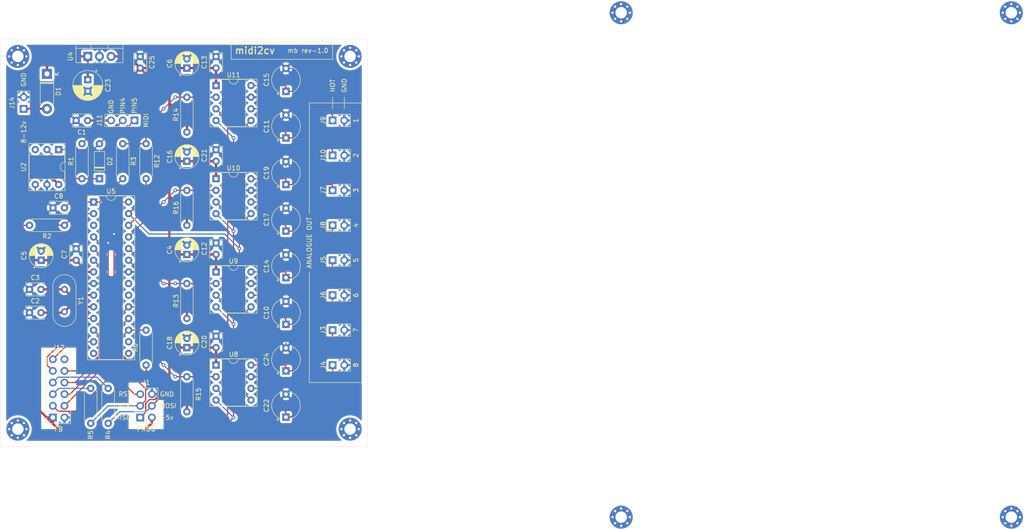
<source format=kicad_pcb>
(kicad_pcb (version 20171130) (host pcbnew 5.1.2)
  (layers (0 F.Cu signal) (31 B.Cu signal) (34 B.Paste user) (35 F.Paste user) (36 B.SilkS user) (37 F.SilkS user) (38 B.Mask user) (39 F.Mask user) (44 Edge.Cuts user))
  (net 0 "")
  (net 1 GND)
  (net 2 "Net-(C2-Pad2)")
  (net 3 "Net-(C3-Pad2)")
  (net 4 +5V)
  (net 5 "Net-(D2-Pad1)")
  (net 6 /DISP_1_CS)
  (net 7 /DISP_2_CS)
  (net 8 /DISP_3_CS)
  (net 9 /MIDI_IN)
  (net 10 /RES)
  (net 11 /LDAC)
  (net 12 /CS_2)
  (net 13 /CS_4)
  (net 14 /CS_1)
  (net 15 /CS_3)
  (net 16 /SCK)
  (net 17 /LDISP)
  (net 18 /MOSI)
  (net 19 "Net-(U2-Pad3)")
  (net 20 "Net-(U5-Pad3)")
  (net 21 /MISO)
  (net 22 "Net-(U5-Pad20)")
  (net 23 "Net-(U5-Pad21)")
  (net 24 /MIDI_5)
  (net 25 /MIDI_4)
  (net 26 /MIDI_GND)
  (net 27 /dac_section/OUT_4)
  (net 28 /dac_section/OUT_8)
  (net 29 /dac_section/OUT_3)
  (net 30 /dac_section/OUT_7)
  (net 31 /dac_section/OUT_6)
  (net 32 /dac_section/OUT_5)
  (net 33 /dac_section/OUT_2)
  (net 34 /dac_section/OUT_1)
  (net 35 "Net-(C23-Pad1)")
  (net 36 "Net-(D1-Pad2)")
  (net 37 /BTN_1)
  (net 38 /BTN_2)
  (net 39 /BTN_3)
  (net 40 "Net-(J12-Pad12)")
  (net 41 "Net-(U5-Pad15)")
  (net 42 "Net-(U5-Pad16)")
  (net 43 "Net-(U5-Pad14)")
  (net 44 "Net-(J12-Pad5)")
  (net 45 "Net-(J12-Pad7)")
  (net 46 /dac_section/SI)
  (module Package_DIP:DIP-28_W7.62mm_Socket (layer F.Cu) (at 131.445 87.63)
    (fp_text reference U5 (at 3.81 -2.33) (layer F.SilkS))
    (fp_text value ATmega328P-PU)
    (pad 1 thru_hole rect (at 0 0) (size 1.6 1.6) (drill 0.8) (layers *.Cu *.Mask) (net 10 /RES))
    (pad 15 thru_hole oval (at 7.62 33.02) (size 1.6 1.6) (drill 0.8) (layers *.Cu *.Mask) (net 41 "Net-(U5-Pad15)"))
    (pad 2 thru_hole oval (at 0 2.54) (size 1.6 1.6) (drill 0.8) (layers *.Cu *.Mask) (net 9 /MIDI_IN))
    (pad 16 thru_hole oval (at 7.62 30.48) (size 1.6 1.6) (drill 0.8) (layers *.Cu *.Mask) (net 42 "Net-(U5-Pad16)"))
    (pad 3 thru_hole oval (at 0 5.08) (size 1.6 1.6) (drill 0.8) (layers *.Cu *.Mask) (net 20 "Net-(U5-Pad3)"))
    (pad 17 thru_hole oval (at 7.62 27.94) (size 1.6 1.6) (drill 0.8) (layers *.Cu *.Mask) (net 18 /MOSI))
    (pad 4 thru_hole oval (at 0 7.62) (size 1.6 1.6) (drill 0.8) (layers *.Cu *.Mask) (net 6 /DISP_1_CS))
    (pad 18 thru_hole oval (at 7.62 25.4) (size 1.6 1.6) (drill 0.8) (layers *.Cu *.Mask) (net 21 /MISO))
    (pad 5 thru_hole oval (at 0 10.16) (size 1.6 1.6) (drill 0.8) (layers *.Cu *.Mask) (net 7 /DISP_2_CS))
    (pad 19 thru_hole oval (at 7.62 22.86) (size 1.6 1.6) (drill 0.8) (layers *.Cu *.Mask) (net 16 /SCK))
    (pad 6 thru_hole oval (at 0 12.7) (size 1.6 1.6) (drill 0.8) (layers *.Cu *.Mask) (net 8 /DISP_3_CS))
    (pad 20 thru_hole oval (at 7.62 20.32) (size 1.6 1.6) (drill 0.8) (layers *.Cu *.Mask) (net 22 "Net-(U5-Pad20)"))
    (pad 7 thru_hole oval (at 0 15.24) (size 1.6 1.6) (drill 0.8) (layers *.Cu *.Mask) (net 4 +5V))
    (pad 21 thru_hole oval (at 7.62 17.78) (size 1.6 1.6) (drill 0.8) (layers *.Cu *.Mask) (net 23 "Net-(U5-Pad21)"))
    (pad 8 thru_hole oval (at 0 17.78) (size 1.6 1.6) (drill 0.8) (layers *.Cu *.Mask) (net 1 GND))
    (pad 22 thru_hole oval (at 7.62 15.24) (size 1.6 1.6) (drill 0.8) (layers *.Cu *.Mask) (net 1 GND))
    (pad 9 thru_hole oval (at 0 20.32) (size 1.6 1.6) (drill 0.8) (layers *.Cu *.Mask) (net 3 "Net-(C3-Pad2)"))
    (pad 23 thru_hole oval (at 7.62 12.7) (size 1.6 1.6) (drill 0.8) (layers *.Cu *.Mask) (net 14 /CS_1))
    (pad 10 thru_hole oval (at 0 22.86) (size 1.6 1.6) (drill 0.8) (layers *.Cu *.Mask) (net 2 "Net-(C2-Pad2)"))
    (pad 24 thru_hole oval (at 7.62 10.16) (size 1.6 1.6) (drill 0.8) (layers *.Cu *.Mask) (net 12 /CS_2))
    (pad 11 thru_hole oval (at 0 25.4) (size 1.6 1.6) (drill 0.8) (layers *.Cu *.Mask) (net 37 /BTN_1))
    (pad 25 thru_hole oval (at 7.62 7.62) (size 1.6 1.6) (drill 0.8) (layers *.Cu *.Mask) (net 15 /CS_3))
    (pad 12 thru_hole oval (at 0 27.94) (size 1.6 1.6) (drill 0.8) (layers *.Cu *.Mask) (net 38 /BTN_2))
    (pad 26 thru_hole oval (at 7.62 5.08) (size 1.6 1.6) (drill 0.8) (layers *.Cu *.Mask) (net 13 /CS_4))
    (pad 13 thru_hole oval (at 0 30.48) (size 1.6 1.6) (drill 0.8) (layers *.Cu *.Mask) (net 39 /BTN_3))
    (pad 27 thru_hole oval (at 7.62 2.54) (size 1.6 1.6) (drill 0.8) (layers *.Cu *.Mask) (net 11 /LDAC))
    (pad 14 thru_hole oval (at 0 33.02) (size 1.6 1.6) (drill 0.8) (layers *.Cu *.Mask) (net 43 "Net-(U5-Pad14)"))
    (pad 28 thru_hole oval (at 7.62 0) (size 1.6 1.6) (drill 0.8) (layers *.Cu *.Mask) (net 17 /LDISP))
  )
  (module Package_DIP:DIP-6_W7.62mm_Socket (layer F.Cu) (at 123.825 76.2 270)
    (fp_text reference U2 (at 3.81 7.62 90) (layer F.SilkS))
    (fp_text value H11L1)
    (pad 1 thru_hole rect (at 0 0 270) (size 1.6 1.6) (drill 0.8) (layers *.Cu *.Mask) (net 24 /MIDI_5))
    (pad 4 thru_hole oval (at 7.62 5.08 270) (size 1.6 1.6) (drill 0.8) (layers *.Cu *.Mask) (net 9 /MIDI_IN))
    (pad 2 thru_hole oval (at 0 2.54 270) (size 1.6 1.6) (drill 0.8) (layers *.Cu *.Mask) (net 5 "Net-(D2-Pad1)"))
    (pad 5 thru_hole oval (at 7.62 2.54 270) (size 1.6 1.6) (drill 0.8) (layers *.Cu *.Mask) (net 1 GND))
    (pad 3 thru_hole oval (at 0 5.08 270) (size 1.6 1.6) (drill 0.8) (layers *.Cu *.Mask) (net 19 "Net-(U2-Pad3)"))
    (pad 6 thru_hole oval (at 7.62 0 270) (size 1.6 1.6) (drill 0.8) (layers *.Cu *.Mask) (net 4 +5V))
  )
  (module Connector_PinSocket_2.54mm:PinSocket_2x06_P2.54mm_Vertical (layer F.Cu) (at 122.555 134.62 180)
    (fp_text reference J12 (at -1.27 15.24) (layer F.SilkS))
    (fp_text value Conn_02x03_Odd_Even)
    (pad 1 thru_hole rect (at 0 0 180) (size 1.7 1.7) (drill 1) (layers *.Cu *.Mask) (net 4 +5V))
    (pad 2 thru_hole oval (at -2.54 0 180) (size 1.7 1.7) (drill 1) (layers *.Cu *.Mask) (net 1 GND))
    (pad 3 thru_hole oval (at 0 2.54 180) (size 1.7 1.7) (drill 1) (layers *.Cu *.Mask) (net 17 /LDISP))
    (pad 4 thru_hole oval (at -2.54 2.54 180) (size 1.7 1.7) (drill 1) (layers *.Cu *.Mask) (net 6 /DISP_1_CS))
    (pad 5 thru_hole oval (at 0 5.08 180) (size 1.7 1.7) (drill 1) (layers *.Cu *.Mask) (net 44 "Net-(J12-Pad5)"))
    (pad 6 thru_hole oval (at -2.54 5.08 180) (size 1.7 1.7) (drill 1) (layers *.Cu *.Mask) (net 7 /DISP_2_CS))
    (pad 7 thru_hole oval (at 0 7.62 180) (size 1.7 1.7) (drill 1) (layers *.Cu *.Mask) (net 45 "Net-(J12-Pad7)"))
    (pad 8 thru_hole oval (at -2.54 7.62 180) (size 1.7 1.7) (drill 1) (layers *.Cu *.Mask) (net 8 /DISP_3_CS))
    (pad 9 thru_hole oval (at 0 10.16 180) (size 1.7 1.7) (drill 1) (layers *.Cu *.Mask) (net 37 /BTN_1))
    (pad 10 thru_hole oval (at -2.54 10.16 180) (size 1.7 1.7) (drill 1) (layers *.Cu *.Mask) (net 38 /BTN_2))
    (pad 11 thru_hole oval (at 0 12.7 180) (size 1.7 1.7) (drill 1) (layers *.Cu *.Mask) (net 39 /BTN_3))
    (pad 12 thru_hole oval (at -2.54 12.7 180) (size 1.7 1.7) (drill 1) (layers *.Cu *.Mask) (net 40 "Net-(J12-Pad12)"))
  )
  (module MountingHole:MountingHole_2.5mm_Pad_Via (layer F.Cu) (at 246.38 156.355)
    (fp_text reference REF** hide)
    (fp_text value MountingHole_2.5mm_Pad_Via)
    (pad 1 thru_hole circle (at 1.325825 -1.325825) (size 0.8 0.8) (drill 0.5) (layers *.Cu *.Mask))
    (pad 1 thru_hole circle (at 0 -1.875) (size 0.8 0.8) (drill 0.5) (layers *.Cu *.Mask))
    (pad 1 thru_hole circle (at -1.325825 -1.325825) (size 0.8 0.8) (drill 0.5) (layers *.Cu *.Mask))
    (pad 1 thru_hole circle (at -1.875 0) (size 0.8 0.8) (drill 0.5) (layers *.Cu *.Mask))
    (pad 1 thru_hole circle (at -1.325825 1.325825) (size 0.8 0.8) (drill 0.5) (layers *.Cu *.Mask))
    (pad 1 thru_hole circle (at 0 1.875) (size 0.8 0.8) (drill 0.5) (layers *.Cu *.Mask))
    (pad 1 thru_hole circle (at 1.325825 1.325825) (size 0.8 0.8) (drill 0.5) (layers *.Cu *.Mask))
    (pad 1 thru_hole circle (at 1.875 0) (size 0.8 0.8) (drill 0.5) (layers *.Cu *.Mask))
    (pad 1 thru_hole circle (at 0 0) (size 5 5) (drill 2.5) (layers *.Cu *.Mask))
  )
  (module MountingHole:MountingHole_2.5mm_Pad_Via (layer F.Cu) (at 331.38 156.355)
    (fp_text reference REF** hide)
    (fp_text value MountingHole_2.5mm_Pad_Via)
    (pad 1 thru_hole circle (at 0 0) (size 5 5) (drill 2.5) (layers *.Cu *.Mask))
    (pad 1 thru_hole circle (at 1.875 0) (size 0.8 0.8) (drill 0.5) (layers *.Cu *.Mask))
    (pad 1 thru_hole circle (at 1.325825 1.325825) (size 0.8 0.8) (drill 0.5) (layers *.Cu *.Mask))
    (pad 1 thru_hole circle (at 0 1.875) (size 0.8 0.8) (drill 0.5) (layers *.Cu *.Mask))
    (pad 1 thru_hole circle (at -1.325825 1.325825) (size 0.8 0.8) (drill 0.5) (layers *.Cu *.Mask))
    (pad 1 thru_hole circle (at -1.875 0) (size 0.8 0.8) (drill 0.5) (layers *.Cu *.Mask))
    (pad 1 thru_hole circle (at -1.325825 -1.325825) (size 0.8 0.8) (drill 0.5) (layers *.Cu *.Mask))
    (pad 1 thru_hole circle (at 0 -1.875) (size 0.8 0.8) (drill 0.5) (layers *.Cu *.Mask))
    (pad 1 thru_hole circle (at 1.325825 -1.325825) (size 0.8 0.8) (drill 0.5) (layers *.Cu *.Mask))
  )
  (module MountingHole:MountingHole_2.5mm_Pad_Via (layer F.Cu) (at 331.38 46.355)
    (fp_text reference REF** hide)
    (fp_text value MountingHole_2.5mm_Pad_Via)
    (pad 1 thru_hole circle (at 0 0) (size 5 5) (drill 2.5) (layers *.Cu *.Mask))
    (pad 1 thru_hole circle (at 1.875 0) (size 0.8 0.8) (drill 0.5) (layers *.Cu *.Mask))
    (pad 1 thru_hole circle (at 1.325825 1.325825) (size 0.8 0.8) (drill 0.5) (layers *.Cu *.Mask))
    (pad 1 thru_hole circle (at 0 1.875) (size 0.8 0.8) (drill 0.5) (layers *.Cu *.Mask))
    (pad 1 thru_hole circle (at -1.325825 1.325825) (size 0.8 0.8) (drill 0.5) (layers *.Cu *.Mask))
    (pad 1 thru_hole circle (at -1.875 0) (size 0.8 0.8) (drill 0.5) (layers *.Cu *.Mask))
    (pad 1 thru_hole circle (at -1.325825 -1.325825) (size 0.8 0.8) (drill 0.5) (layers *.Cu *.Mask))
    (pad 1 thru_hole circle (at 0 -1.875) (size 0.8 0.8) (drill 0.5) (layers *.Cu *.Mask))
    (pad 1 thru_hole circle (at 1.325825 -1.325825) (size 0.8 0.8) (drill 0.5) (layers *.Cu *.Mask))
  )
  (module MountingHole:MountingHole_2.5mm_Pad_Via (layer F.Cu) (at 246.38 46.355)
    (fp_text reference REF** hide)
    (fp_text value MountingHole_2.5mm_Pad_Via)
    (pad 1 thru_hole circle (at 0 0) (size 5 5) (drill 2.5) (layers *.Cu *.Mask))
    (pad 1 thru_hole circle (at 1.875 0) (size 0.8 0.8) (drill 0.5) (layers *.Cu *.Mask))
    (pad 1 thru_hole circle (at 1.325825 1.325825) (size 0.8 0.8) (drill 0.5) (layers *.Cu *.Mask))
    (pad 1 thru_hole circle (at 0 1.875) (size 0.8 0.8) (drill 0.5) (layers *.Cu *.Mask))
    (pad 1 thru_hole circle (at -1.325825 1.325825) (size 0.8 0.8) (drill 0.5) (layers *.Cu *.Mask))
    (pad 1 thru_hole circle (at -1.875 0) (size 0.8 0.8) (drill 0.5) (layers *.Cu *.Mask))
    (pad 1 thru_hole circle (at -1.325825 -1.325825) (size 0.8 0.8) (drill 0.5) (layers *.Cu *.Mask))
    (pad 1 thru_hole circle (at 0 -1.875) (size 0.8 0.8) (drill 0.5) (layers *.Cu *.Mask))
    (pad 1 thru_hole circle (at 1.325825 -1.325825) (size 0.8 0.8) (drill 0.5) (layers *.Cu *.Mask))
  )
  (module MountingHole:MountingHole_2.5mm_Pad_Via (layer F.Cu) (at 187.325 137.16)
    (fp_text reference REF** hide)
    (fp_text value MountingHole_2.5mm_Pad_Via)
    (pad 1 thru_hole circle (at 1.325825 -1.325825) (size 0.8 0.8) (drill 0.5) (layers *.Cu *.Mask))
    (pad 1 thru_hole circle (at 0 -1.875) (size 0.8 0.8) (drill 0.5) (layers *.Cu *.Mask))
    (pad 1 thru_hole circle (at -1.325825 -1.325825) (size 0.8 0.8) (drill 0.5) (layers *.Cu *.Mask))
    (pad 1 thru_hole circle (at -1.875 0) (size 0.8 0.8) (drill 0.5) (layers *.Cu *.Mask))
    (pad 1 thru_hole circle (at -1.325825 1.325825) (size 0.8 0.8) (drill 0.5) (layers *.Cu *.Mask))
    (pad 1 thru_hole circle (at 0 1.875) (size 0.8 0.8) (drill 0.5) (layers *.Cu *.Mask))
    (pad 1 thru_hole circle (at 1.325825 1.325825) (size 0.8 0.8) (drill 0.5) (layers *.Cu *.Mask))
    (pad 1 thru_hole circle (at 1.875 0) (size 0.8 0.8) (drill 0.5) (layers *.Cu *.Mask))
    (pad 1 thru_hole circle (at 0 0) (size 5 5) (drill 2.5) (layers *.Cu *.Mask))
  )
  (module MountingHole:MountingHole_2.5mm_Pad_Via (layer F.Cu) (at 114.935 137.16)
    (fp_text reference REF** hide)
    (fp_text value MountingHole_2.5mm_Pad_Via)
    (pad 1 thru_hole circle (at 1.325825 -1.325825) (size 0.8 0.8) (drill 0.5) (layers *.Cu *.Mask))
    (pad 1 thru_hole circle (at 0 -1.875) (size 0.8 0.8) (drill 0.5) (layers *.Cu *.Mask))
    (pad 1 thru_hole circle (at -1.325825 -1.325825) (size 0.8 0.8) (drill 0.5) (layers *.Cu *.Mask))
    (pad 1 thru_hole circle (at -1.875 0) (size 0.8 0.8) (drill 0.5) (layers *.Cu *.Mask))
    (pad 1 thru_hole circle (at -1.325825 1.325825) (size 0.8 0.8) (drill 0.5) (layers *.Cu *.Mask))
    (pad 1 thru_hole circle (at 0 1.875) (size 0.8 0.8) (drill 0.5) (layers *.Cu *.Mask))
    (pad 1 thru_hole circle (at 1.325825 1.325825) (size 0.8 0.8) (drill 0.5) (layers *.Cu *.Mask))
    (pad 1 thru_hole circle (at 1.875 0) (size 0.8 0.8) (drill 0.5) (layers *.Cu *.Mask))
    (pad 1 thru_hole circle (at 0 0) (size 5 5) (drill 2.5) (layers *.Cu *.Mask))
  )
  (module MountingHole:MountingHole_2.5mm_Pad_Via (layer F.Cu) (at 114.935 55.88)
    (fp_text reference REF** hide)
    (fp_text value MountingHole_2.5mm_Pad_Via)
    (pad 1 thru_hole circle (at 1.325825 -1.325825) (size 0.8 0.8) (drill 0.5) (layers *.Cu *.Mask))
    (pad 1 thru_hole circle (at 0 -1.875) (size 0.8 0.8) (drill 0.5) (layers *.Cu *.Mask))
    (pad 1 thru_hole circle (at -1.325825 -1.325825) (size 0.8 0.8) (drill 0.5) (layers *.Cu *.Mask))
    (pad 1 thru_hole circle (at -1.875 0) (size 0.8 0.8) (drill 0.5) (layers *.Cu *.Mask))
    (pad 1 thru_hole circle (at -1.325825 1.325825) (size 0.8 0.8) (drill 0.5) (layers *.Cu *.Mask))
    (pad 1 thru_hole circle (at 0 1.875) (size 0.8 0.8) (drill 0.5) (layers *.Cu *.Mask))
    (pad 1 thru_hole circle (at 1.325825 1.325825) (size 0.8 0.8) (drill 0.5) (layers *.Cu *.Mask))
    (pad 1 thru_hole circle (at 1.875 0) (size 0.8 0.8) (drill 0.5) (layers *.Cu *.Mask))
    (pad 1 thru_hole circle (at 0 0) (size 5 5) (drill 2.5) (layers *.Cu *.Mask))
  )
  (module MountingHole:MountingHole_2.5mm_Pad_Via (layer F.Cu) (at 187.325 55.88)
    (fp_text reference REF** hide)
    (fp_text value MountingHole_2.5mm_Pad_Via)
    (pad 1 thru_hole circle (at 1.325825 -1.325825) (size 0.8 0.8) (drill 0.5) (layers *.Cu *.Mask))
    (pad 1 thru_hole circle (at 0 -1.875) (size 0.8 0.8) (drill 0.5) (layers *.Cu *.Mask))
    (pad 1 thru_hole circle (at -1.325825 -1.325825) (size 0.8 0.8) (drill 0.5) (layers *.Cu *.Mask))
    (pad 1 thru_hole circle (at -1.875 0) (size 0.8 0.8) (drill 0.5) (layers *.Cu *.Mask))
    (pad 1 thru_hole circle (at -1.325825 1.325825) (size 0.8 0.8) (drill 0.5) (layers *.Cu *.Mask))
    (pad 1 thru_hole circle (at 0 1.875) (size 0.8 0.8) (drill 0.5) (layers *.Cu *.Mask))
    (pad 1 thru_hole circle (at 1.325825 1.325825) (size 0.8 0.8) (drill 0.5) (layers *.Cu *.Mask))
    (pad 1 thru_hole circle (at 1.875 0) (size 0.8 0.8) (drill 0.5) (layers *.Cu *.Mask))
    (pad 1 thru_hole circle (at 0 0) (size 5 5) (drill 2.5) (layers *.Cu *.Mask))
  )
  (module Capacitor_THT:C_Disc_D3.8mm_W2.6mm_P2.50mm (layer F.Cu) (at 117.475 111.76)
    (fp_text reference C2 (at 1.25 -2.55) (layer F.SilkS))
    (fp_text value 22pF)
    (pad 2 thru_hole circle (at 2.5 0) (size 1.6 1.6) (drill 0.8) (layers *.Cu *.Mask) (net 2 "Net-(C2-Pad2)"))
    (pad 1 thru_hole circle (at 0 0) (size 1.6 1.6) (drill 0.8) (layers *.Cu *.Mask) (net 1 GND))
  )
  (module Capacitor_THT:C_Disc_D3.8mm_W2.6mm_P2.50mm (layer F.Cu) (at 117.475 106.68)
    (fp_text reference C3 (at 1.25 -2.55) (layer F.SilkS))
    (fp_text value 22pF)
    (pad 2 thru_hole circle (at 2.5 0) (size 1.6 1.6) (drill 0.8) (layers *.Cu *.Mask) (net 3 "Net-(C3-Pad2)"))
    (pad 1 thru_hole circle (at 0 0) (size 1.6 1.6) (drill 0.8) (layers *.Cu *.Mask) (net 1 GND))
  )
  (module Capacitor_THT:C_Disc_D3.8mm_W2.6mm_P2.50mm (layer F.Cu) (at 127.635 100.33 90)
    (fp_text reference C7 (at 1.25 -2.55 90) (layer F.SilkS))
    (fp_text value 0.1uF)
    (pad 2 thru_hole circle (at 2.5 0 90) (size 1.6 1.6) (drill 0.8) (layers *.Cu *.Mask) (net 1 GND))
    (pad 1 thru_hole circle (at 0 0 90) (size 1.6 1.6) (drill 0.8) (layers *.Cu *.Mask) (net 4 +5V))
  )
  (module Crystal:Crystal_HC49-U_Vertical (layer F.Cu) (at 125.095 106.68 270)
    (fp_text reference Y1 (at 2.44 -3.525 90) (layer F.SilkS))
    (fp_text value 20MHz)
    (pad 2 thru_hole circle (at 4.88 0 270) (size 1.5 1.5) (drill 0.8) (layers *.Cu *.Mask) (net 2 "Net-(C2-Pad2)"))
    (pad 1 thru_hole circle (at 0 0 270) (size 1.5 1.5) (drill 0.8) (layers *.Cu *.Mask) (net 3 "Net-(C3-Pad2)"))
  )
  (module Resistor_THT:R_Axial_DIN0207_L6.3mm_D2.5mm_P7.62mm_Horizontal (layer F.Cu) (at 151.765 92.71 90)
    (fp_text reference R16 (at 3.81 -2.37 90) (layer F.SilkS))
    (fp_text value 4k7)
    (pad 2 thru_hole oval (at 7.62 0 90) (size 1.6 1.6) (drill 0.8) (layers *.Cu *.Mask) (net 15 /CS_3))
    (pad 1 thru_hole circle (at 0 0 90) (size 1.6 1.6) (drill 0.8) (layers *.Cu *.Mask) (net 4 +5V))
  )
  (module Connector_PinHeader_2.54mm:PinHeader_1x02_P2.54mm_Vertical (layer F.Cu) (at 183.515 115.57 90)
    (fp_text reference J3 (at 0 -2.06 90) (layer F.SilkS))
    (fp_text value Conn_01x02)
    (pad 2 thru_hole oval (at 0 2.54 90) (size 1.7 1.7) (drill 1) (layers *.Cu *.Mask) (net 1 GND))
    (pad 1 thru_hole rect (at 0 0 90) (size 1.7 1.7) (drill 1) (layers *.Cu *.Mask) (net 34 /dac_section/OUT_1))
  )
  (module Connector_PinHeader_2.54mm:PinHeader_1x02_P2.54mm_Vertical (layer F.Cu) (at 183.515 123.19 90)
    (fp_text reference J4 (at 0 -2.06 90) (layer F.SilkS))
    (fp_text value Conn_01x02)
    (pad 2 thru_hole oval (at 0 2.54 90) (size 1.7 1.7) (drill 1) (layers *.Cu *.Mask) (net 1 GND))
    (pad 1 thru_hole rect (at 0 0 90) (size 1.7 1.7) (drill 1) (layers *.Cu *.Mask) (net 33 /dac_section/OUT_2))
  )
  (module Connector_PinHeader_2.54mm:PinHeader_1x02_P2.54mm_Vertical (layer F.Cu) (at 183.515 100.33 90)
    (fp_text reference J5 (at 0 -2.06 90) (layer F.SilkS))
    (fp_text value Conn_01x02)
    (pad 2 thru_hole oval (at 0 2.54 90) (size 1.7 1.7) (drill 1) (layers *.Cu *.Mask) (net 1 GND))
    (pad 1 thru_hole rect (at 0 0 90) (size 1.7 1.7) (drill 1) (layers *.Cu *.Mask) (net 29 /dac_section/OUT_3))
  )
  (module Connector_PinHeader_2.54mm:PinHeader_1x02_P2.54mm_Vertical (layer F.Cu) (at 183.515 107.95 90)
    (fp_text reference J6 (at 0 -2.06 90) (layer F.SilkS))
    (fp_text value Conn_01x02)
    (pad 2 thru_hole oval (at 0 2.54 90) (size 1.7 1.7) (drill 1) (layers *.Cu *.Mask) (net 1 GND))
    (pad 1 thru_hole rect (at 0 0 90) (size 1.7 1.7) (drill 1) (layers *.Cu *.Mask) (net 27 /dac_section/OUT_4))
  )
  (module Connector_PinHeader_2.54mm:PinHeader_1x02_P2.54mm_Vertical (layer F.Cu) (at 183.515 85.09 90)
    (fp_text reference J7 (at 0 -2.06 90) (layer F.SilkS))
    (fp_text value Conn_01x02)
    (pad 2 thru_hole oval (at 0 2.54 90) (size 1.7 1.7) (drill 1) (layers *.Cu *.Mask) (net 1 GND))
    (pad 1 thru_hole rect (at 0 0 90) (size 1.7 1.7) (drill 1) (layers *.Cu *.Mask) (net 32 /dac_section/OUT_5))
  )
  (module Connector_PinHeader_2.54mm:PinHeader_1x02_P2.54mm_Vertical (layer F.Cu) (at 183.515 92.71 90)
    (fp_text reference J8 (at 0 -2.06 90) (layer F.SilkS))
    (fp_text value Conn_01x02)
    (pad 2 thru_hole oval (at 0 2.54 90) (size 1.7 1.7) (drill 1) (layers *.Cu *.Mask) (net 1 GND))
    (pad 1 thru_hole rect (at 0 0 90) (size 1.7 1.7) (drill 1) (layers *.Cu *.Mask) (net 31 /dac_section/OUT_6))
  )
  (module Connector_PinHeader_2.54mm:PinHeader_1x02_P2.54mm_Vertical (layer F.Cu) (at 183.515 69.85 90)
    (fp_text reference J9 (at 0 -2.06 90) (layer F.SilkS))
    (fp_text value Conn_01x02)
    (pad 2 thru_hole oval (at 0 2.54 90) (size 1.7 1.7) (drill 1) (layers *.Cu *.Mask) (net 1 GND))
    (pad 1 thru_hole rect (at 0 0 90) (size 1.7 1.7) (drill 1) (layers *.Cu *.Mask) (net 30 /dac_section/OUT_7))
  )
  (module Connector_PinHeader_2.54mm:PinHeader_1x02_P2.54mm_Vertical (layer F.Cu) (at 183.515 77.47 90)
    (fp_text reference J10 (at 0 -2.06 90) (layer F.SilkS))
    (fp_text value Conn_01x02)
    (pad 2 thru_hole oval (at 0 2.54 90) (size 1.7 1.7) (drill 1) (layers *.Cu *.Mask) (net 1 GND))
    (pad 1 thru_hole rect (at 0 0 90) (size 1.7 1.7) (drill 1) (layers *.Cu *.Mask) (net 28 /dac_section/OUT_8))
  )
  (module Connector_PinHeader_2.54mm:PinHeader_1x03_P2.54mm_Vertical (layer F.Cu) (at 140.335 69.85 270)
    (fp_text reference J11 (at 0 7.62 90) (layer F.SilkS))
    (fp_text value Conn_01x02)
    (pad 1 thru_hole rect (at 0 0 270) (size 1.7 1.7) (drill 1) (layers *.Cu *.Mask) (net 24 /MIDI_5))
    (pad 2 thru_hole oval (at 0 2.54 270) (size 1.7 1.7) (drill 1) (layers *.Cu *.Mask) (net 25 /MIDI_4))
    (pad 3 thru_hole oval (at 0 5.08 270) (size 1.7 1.7) (drill 1) (layers *.Cu *.Mask) (net 26 /MIDI_GND))
  )
  (module Capacitor_THT:C_Disc_D3.8mm_W2.6mm_P2.50mm (layer F.Cu) (at 130.135 69.85 180)
    (fp_text reference C1 (at 1.25 -2.55) (layer F.SilkS))
    (fp_text value 0.1uF)
    (pad 1 thru_hole circle (at 0 0 180) (size 1.6 1.6) (drill 0.8) (layers *.Cu *.Mask) (net 26 /MIDI_GND))
    (pad 2 thru_hole circle (at 2.5 0 180) (size 1.6 1.6) (drill 0.8) (layers *.Cu *.Mask) (net 1 GND))
  )
  (module Capacitor_THT:CP_Radial_Tantal_D6.0mm_P5.00mm (layer F.Cu) (at 173.355 114.3 90)
    (fp_text reference C10 (at 2.5 -4.25 90) (layer F.SilkS))
    (fp_text value 1uF)
    (pad 2 thru_hole circle (at 5 0 90) (size 1.6 1.6) (drill 0.8) (layers *.Cu *.Mask) (net 1 GND))
    (pad 1 thru_hole rect (at 0 0 90) (size 1.6 1.6) (drill 0.8) (layers *.Cu *.Mask) (net 27 /dac_section/OUT_4))
  )
  (module Capacitor_THT:CP_Radial_Tantal_D6.0mm_P5.00mm (layer F.Cu) (at 173.355 73.66 90)
    (fp_text reference C11 (at 2.5 -4.25 90) (layer F.SilkS))
    (fp_text value 1uF)
    (pad 2 thru_hole circle (at 5 0 90) (size 1.6 1.6) (drill 0.8) (layers *.Cu *.Mask) (net 1 GND))
    (pad 1 thru_hole rect (at 0 0 90) (size 1.6 1.6) (drill 0.8) (layers *.Cu *.Mask) (net 28 /dac_section/OUT_8))
  )
  (module Capacitor_THT:C_Disc_D3.8mm_W2.6mm_P2.50mm (layer F.Cu) (at 158.115 99.06 90)
    (fp_text reference C12 (at 1.25 -2.55 90) (layer F.SilkS))
    (fp_text value 0.1uF)
    (pad 2 thru_hole circle (at 2.5 0 90) (size 1.6 1.6) (drill 0.8) (layers *.Cu *.Mask) (net 1 GND))
    (pad 1 thru_hole circle (at 0 0 90) (size 1.6 1.6) (drill 0.8) (layers *.Cu *.Mask) (net 4 +5V))
  )
  (module Capacitor_THT:C_Disc_D3.8mm_W2.6mm_P2.50mm (layer F.Cu) (at 158.115 58.42 90)
    (fp_text reference C13 (at 1.25 -2.55 90) (layer F.SilkS))
    (fp_text value 0.1uF)
    (pad 2 thru_hole circle (at 2.5 0 90) (size 1.6 1.6) (drill 0.8) (layers *.Cu *.Mask) (net 1 GND))
    (pad 1 thru_hole circle (at 0 0 90) (size 1.6 1.6) (drill 0.8) (layers *.Cu *.Mask) (net 4 +5V))
  )
  (module Capacitor_THT:CP_Radial_Tantal_D6.0mm_P5.00mm (layer F.Cu) (at 173.355 104.14 90)
    (fp_text reference C14 (at 2.5 -4.25 90) (layer F.SilkS))
    (fp_text value 1uF)
    (pad 1 thru_hole rect (at 0 0 90) (size 1.6 1.6) (drill 0.8) (layers *.Cu *.Mask) (net 29 /dac_section/OUT_3))
    (pad 2 thru_hole circle (at 5 0 90) (size 1.6 1.6) (drill 0.8) (layers *.Cu *.Mask) (net 1 GND))
  )
  (module Capacitor_THT:CP_Radial_Tantal_D6.0mm_P5.00mm (layer F.Cu) (at 173.355 63.5 90)
    (fp_text reference C15 (at 2.5 -4.25 90) (layer F.SilkS))
    (fp_text value 1uF)
    (pad 1 thru_hole rect (at 0 0 90) (size 1.6 1.6) (drill 0.8) (layers *.Cu *.Mask) (net 30 /dac_section/OUT_7))
    (pad 2 thru_hole circle (at 5 0 90) (size 1.6 1.6) (drill 0.8) (layers *.Cu *.Mask) (net 1 GND))
  )
  (module Capacitor_THT:CP_Radial_Tantal_D6.0mm_P5.00mm (layer F.Cu) (at 173.355 93.98 90)
    (fp_text reference C17 (at 2.5 -4.25 90) (layer F.SilkS))
    (fp_text value 1uF)
    (pad 1 thru_hole rect (at 0 0 90) (size 1.6 1.6) (drill 0.8) (layers *.Cu *.Mask) (net 31 /dac_section/OUT_6))
    (pad 2 thru_hole circle (at 5 0 90) (size 1.6 1.6) (drill 0.8) (layers *.Cu *.Mask) (net 1 GND))
  )
  (module Capacitor_THT:CP_Radial_Tantal_D6.0mm_P5.00mm (layer F.Cu) (at 173.355 83.82 90)
    (fp_text reference C19 (at 2.5 -4.25 90) (layer F.SilkS))
    (fp_text value 1uF)
    (pad 2 thru_hole circle (at 5 0 90) (size 1.6 1.6) (drill 0.8) (layers *.Cu *.Mask) (net 1 GND))
    (pad 1 thru_hole rect (at 0 0 90) (size 1.6 1.6) (drill 0.8) (layers *.Cu *.Mask) (net 32 /dac_section/OUT_5))
  )
  (module Capacitor_THT:C_Disc_D3.8mm_W2.6mm_P2.50mm (layer F.Cu) (at 158.115 119.38 90)
    (fp_text reference C20 (at 1.25 -2.55 90) (layer F.SilkS))
    (fp_text value 0.1uF)
    (pad 1 thru_hole circle (at 0 0 90) (size 1.6 1.6) (drill 0.8) (layers *.Cu *.Mask) (net 4 +5V))
    (pad 2 thru_hole circle (at 2.5 0 90) (size 1.6 1.6) (drill 0.8) (layers *.Cu *.Mask) (net 1 GND))
  )
  (module Capacitor_THT:C_Disc_D3.8mm_W2.6mm_P2.50mm (layer F.Cu) (at 158.115 78.74 90)
    (fp_text reference C21 (at 1.25 -2.55 90) (layer F.SilkS))
    (fp_text value 0.1uF)
    (pad 1 thru_hole circle (at 0 0 90) (size 1.6 1.6) (drill 0.8) (layers *.Cu *.Mask) (net 4 +5V))
    (pad 2 thru_hole circle (at 2.5 0 90) (size 1.6 1.6) (drill 0.8) (layers *.Cu *.Mask) (net 1 GND))
  )
  (module Capacitor_THT:CP_Radial_Tantal_D6.0mm_P5.00mm (layer F.Cu) (at 173.355 134.54 90)
    (fp_text reference C22 (at 2.5 -4.25 90) (layer F.SilkS))
    (fp_text value 1uF)
    (pad 1 thru_hole rect (at 0 0 90) (size 1.6 1.6) (drill 0.8) (layers *.Cu *.Mask) (net 33 /dac_section/OUT_2))
    (pad 2 thru_hole circle (at 5 0 90) (size 1.6 1.6) (drill 0.8) (layers *.Cu *.Mask) (net 1 GND))
  )
  (module Capacitor_THT:CP_Radial_Tantal_D6.0mm_P5.00mm (layer F.Cu) (at 173.355 124.46 90)
    (fp_text reference C24 (at 2.5 -4.25 90) (layer F.SilkS))
    (fp_text value 1uF)
    (pad 1 thru_hole rect (at 0 0 90) (size 1.6 1.6) (drill 0.8) (layers *.Cu *.Mask) (net 34 /dac_section/OUT_1))
    (pad 2 thru_hole circle (at 5 0 90) (size 1.6 1.6) (drill 0.8) (layers *.Cu *.Mask) (net 1 GND))
  )
  (module Diode_THT:D_DO-35_SOD27_P7.62mm_Horizontal (layer F.Cu) (at 132.715 82.55 90)
    (fp_text reference D2 (at 3.81 2.286 90) (layer F.SilkS))
    (fp_text value 1N914)
    (pad 2 thru_hole oval (at 7.62 0 90) (size 1.6 1.6) (drill 0.8) (layers *.Cu *.Mask) (net 24 /MIDI_5))
    (pad 1 thru_hole rect (at 0 0 90) (size 1.6 1.6) (drill 0.8) (layers *.Cu *.Mask) (net 5 "Net-(D2-Pad1)"))
  )
  (module Resistor_THT:R_Axial_DIN0207_L6.3mm_D2.5mm_P7.62mm_Horizontal (layer F.Cu) (at 128.905 82.55 90)
    (fp_text reference R1 (at 3.81 -2.37 90) (layer F.SilkS))
    (fp_text value 220)
    (pad 2 thru_hole oval (at 7.62 0 90) (size 1.6 1.6) (drill 0.8) (layers *.Cu *.Mask) (net 25 /MIDI_4))
    (pad 1 thru_hole circle (at 0 0 90) (size 1.6 1.6) (drill 0.8) (layers *.Cu *.Mask) (net 5 "Net-(D2-Pad1)"))
  )
  (module Resistor_THT:R_Axial_DIN0207_L6.3mm_D2.5mm_P7.62mm_Horizontal (layer F.Cu) (at 125.095 92.71 180)
    (fp_text reference R2 (at 3.81 -2.37) (layer F.SilkS))
    (fp_text value 270)
    (pad 2 thru_hole oval (at 7.62 0 180) (size 1.6 1.6) (drill 0.8) (layers *.Cu *.Mask) (net 4 +5V))
    (pad 1 thru_hole circle (at 0 0 180) (size 1.6 1.6) (drill 0.8) (layers *.Cu *.Mask) (net 9 /MIDI_IN))
  )
  (module Resistor_THT:R_Axial_DIN0207_L6.3mm_D2.5mm_P7.62mm_Horizontal (layer F.Cu) (at 137.795 74.93 270)
    (fp_text reference R3 (at 3.81 -2.37 90) (layer F.SilkS))
    (fp_text value 4k7)
    (pad 2 thru_hole oval (at 7.62 0 270) (size 1.6 1.6) (drill 0.8) (layers *.Cu *.Mask) (net 10 /RES))
    (pad 1 thru_hole circle (at 0 0 270) (size 1.6 1.6) (drill 0.8) (layers *.Cu *.Mask) (net 4 +5V))
  )
  (module Resistor_THT:R_Axial_DIN0207_L6.3mm_D2.5mm_P7.62mm_Horizontal (layer F.Cu) (at 142.875 74.93 270)
    (fp_text reference R12 (at 3.81 -2.37 90) (layer F.SilkS))
    (fp_text value 4k7)
    (pad 2 thru_hole oval (at 7.62 0 270) (size 1.6 1.6) (drill 0.8) (layers *.Cu *.Mask) (net 11 /LDAC))
    (pad 1 thru_hole circle (at 0 0 270) (size 1.6 1.6) (drill 0.8) (layers *.Cu *.Mask) (net 4 +5V))
  )
  (module Resistor_THT:R_Axial_DIN0207_L6.3mm_D2.5mm_P7.62mm_Horizontal (layer F.Cu) (at 151.765 113.03 90)
    (fp_text reference R13 (at 3.81 -2.37 90) (layer F.SilkS))
    (fp_text value 4k7)
    (pad 2 thru_hole oval (at 7.62 0 90) (size 1.6 1.6) (drill 0.8) (layers *.Cu *.Mask) (net 12 /CS_2))
    (pad 1 thru_hole circle (at 0 0 90) (size 1.6 1.6) (drill 0.8) (layers *.Cu *.Mask) (net 4 +5V))
  )
  (module Resistor_THT:R_Axial_DIN0207_L6.3mm_D2.5mm_P7.62mm_Horizontal (layer F.Cu) (at 151.765 72.39 90)
    (fp_text reference R14 (at 3.81 -2.37 90) (layer F.SilkS))
    (fp_text value 4k7)
    (pad 1 thru_hole circle (at 0 0 90) (size 1.6 1.6) (drill 0.8) (layers *.Cu *.Mask) (net 4 +5V))
    (pad 2 thru_hole oval (at 7.62 0 90) (size 1.6 1.6) (drill 0.8) (layers *.Cu *.Mask) (net 13 /CS_4))
  )
  (module Resistor_THT:R_Axial_DIN0207_L6.3mm_D2.5mm_P7.62mm_Horizontal (layer F.Cu) (at 151.765 133.35 90)
    (fp_text reference R15 (at 3.81 2.54 90) (layer F.SilkS))
    (fp_text value 4k7)
    (pad 1 thru_hole circle (at 0 0 90) (size 1.6 1.6) (drill 0.8) (layers *.Cu *.Mask) (net 4 +5V))
    (pad 2 thru_hole oval (at 7.62 0 90) (size 1.6 1.6) (drill 0.8) (layers *.Cu *.Mask) (net 14 /CS_1))
  )
  (module Connector_PinHeader_2.54mm:PinHeader_1x02_P2.54mm_Vertical (layer F.Cu) (at 116.205 67.31 180)
    (fp_text reference J14 (at 2.54 1.27 90) (layer F.SilkS))
    (fp_text value Conn_01x02)
    (pad 2 thru_hole oval (at 0 2.54 180) (size 1.7 1.7) (drill 1) (layers *.Cu *.Mask) (net 1 GND))
    (pad 1 thru_hole rect (at 0 0 180) (size 1.7 1.7) (drill 1) (layers *.Cu *.Mask) (net 36 "Net-(D1-Pad2)"))
  )
  (module Capacitor_THT:CP_Radial_D5.0mm_P2.00mm (layer F.Cu) (at 151.765 99.06 90)
    (fp_text reference C4 (at 1 -3.75 90) (layer F.SilkS))
    (fp_text value 10uF)
    (pad 1 thru_hole rect (at 0 0 90) (size 1.6 1.6) (drill 0.8) (layers *.Cu *.Mask) (net 4 +5V))
    (pad 2 thru_hole circle (at 2 0 90) (size 1.6 1.6) (drill 0.8) (layers *.Cu *.Mask) (net 1 GND))
  )
  (module Capacitor_THT:CP_Radial_D5.0mm_P2.00mm (layer F.Cu) (at 120.015 100.33 90)
    (fp_text reference C5 (at 1 -3.75 90) (layer F.SilkS))
    (fp_text value 10uF)
    (pad 1 thru_hole rect (at 0 0 90) (size 1.6 1.6) (drill 0.8) (layers *.Cu *.Mask) (net 4 +5V))
    (pad 2 thru_hole circle (at 2 0 90) (size 1.6 1.6) (drill 0.8) (layers *.Cu *.Mask) (net 1 GND))
  )
  (module Capacitor_THT:CP_Radial_D5.0mm_P2.00mm (layer F.Cu) (at 151.765 58.42 90)
    (fp_text reference C6 (at 1 -3.75 90) (layer F.SilkS))
    (fp_text value 10uF)
    (pad 1 thru_hole rect (at 0 0 90) (size 1.6 1.6) (drill 0.8) (layers *.Cu *.Mask) (net 4 +5V))
    (pad 2 thru_hole circle (at 2 0 90) (size 1.6 1.6) (drill 0.8) (layers *.Cu *.Mask) (net 1 GND))
  )
  (module Capacitor_THT:CP_Radial_D5.0mm_P2.00mm (layer F.Cu) (at 151.765 78.74 90)
    (fp_text reference C16 (at 1 -3.75 90) (layer F.SilkS))
    (fp_text value 10uF)
    (pad 2 thru_hole circle (at 2 0 90) (size 1.6 1.6) (drill 0.8) (layers *.Cu *.Mask) (net 1 GND))
    (pad 1 thru_hole rect (at 0 0 90) (size 1.6 1.6) (drill 0.8) (layers *.Cu *.Mask) (net 4 +5V))
  )
  (module Capacitor_THT:CP_Radial_D5.0mm_P2.00mm (layer F.Cu) (at 151.765 119.38 90)
    (fp_text reference C18 (at 1 -3.75 90) (layer F.SilkS))
    (fp_text value 10uF)
    (pad 2 thru_hole circle (at 2 0 90) (size 1.6 1.6) (drill 0.8) (layers *.Cu *.Mask) (net 1 GND))
    (pad 1 thru_hole rect (at 0 0 90) (size 1.6 1.6) (drill 0.8) (layers *.Cu *.Mask) (net 4 +5V))
  )
  (module Capacitor_THT:CP_Radial_D6.3mm_P2.50mm (layer F.Cu) (at 130.175 60.96 270)
    (fp_text reference C23 (at 1.25 -4.4 90) (layer F.SilkS))
    (fp_text value 0.33uF)
    (pad 2 thru_hole circle (at 2.5 0 270) (size 1.6 1.6) (drill 0.8) (layers *.Cu *.Mask) (net 1 GND))
    (pad 1 thru_hole rect (at 0 0 270) (size 1.6 1.6) (drill 0.8) (layers *.Cu *.Mask) (net 35 "Net-(C23-Pad1)"))
  )
  (module Capacitor_THT:C_Disc_D3.8mm_W2.6mm_P2.50mm (layer F.Cu) (at 141.605 58.42 90)
    (fp_text reference C25 (at 1.25 2.54 90) (layer F.SilkS))
    (fp_text value 0.1uF)
    (pad 1 thru_hole circle (at 0 0 90) (size 1.6 1.6) (drill 0.8) (layers *.Cu *.Mask) (net 4 +5V))
    (pad 2 thru_hole circle (at 2.5 0 90) (size 1.6 1.6) (drill 0.8) (layers *.Cu *.Mask) (net 1 GND))
  )
  (module Package_TO_SOT_THT:TO-220-3_Vertical (layer F.Cu) (at 130.175 55.88)
    (fp_text reference U4 (at -3.81 0 90) (layer F.SilkS))
    (fp_text value L7805)
    (pad 1 thru_hole rect (at 0 0) (size 1.905 2) (drill 1.1) (layers *.Cu *.Mask) (net 35 "Net-(C23-Pad1)"))
    (pad 2 thru_hole oval (at 2.54 0) (size 1.905 2) (drill 1.1) (layers *.Cu *.Mask) (net 1 GND))
    (pad 3 thru_hole oval (at 5.08 0) (size 1.905 2) (drill 1.1) (layers *.Cu *.Mask) (net 4 +5V))
  )
  (module Package_DIP:DIP-8_W7.62mm_Socket (layer F.Cu) (at 158.115 123.19)
    (fp_text reference U8 (at 3.81 -2.33) (layer F.SilkS))
    (fp_text value MCP4802)
    (pad 8 thru_hole oval (at 7.62 0) (size 1.6 1.6) (drill 0.8) (layers *.Cu *.Mask) (net 34 /dac_section/OUT_1))
    (pad 4 thru_hole oval (at 0 7.62) (size 1.6 1.6) (drill 0.8) (layers *.Cu *.Mask) (net 46 /dac_section/SI))
    (pad 7 thru_hole oval (at 7.62 2.54) (size 1.6 1.6) (drill 0.8) (layers *.Cu *.Mask) (net 1 GND))
    (pad 3 thru_hole oval (at 0 5.08) (size 1.6 1.6) (drill 0.8) (layers *.Cu *.Mask) (net 16 /SCK))
    (pad 6 thru_hole oval (at 7.62 5.08) (size 1.6 1.6) (drill 0.8) (layers *.Cu *.Mask) (net 33 /dac_section/OUT_2))
    (pad 2 thru_hole oval (at 0 2.54) (size 1.6 1.6) (drill 0.8) (layers *.Cu *.Mask) (net 14 /CS_1))
    (pad 5 thru_hole oval (at 7.62 7.62) (size 1.6 1.6) (drill 0.8) (layers *.Cu *.Mask) (net 11 /LDAC))
    (pad 1 thru_hole rect (at 0 0) (size 1.6 1.6) (drill 0.8) (layers *.Cu *.Mask) (net 4 +5V))
  )
  (module Package_DIP:DIP-8_W7.62mm_Socket (layer F.Cu) (at 158.115 102.87)
    (fp_text reference U9 (at 3.81 -2.33) (layer F.SilkS))
    (fp_text value MCP4802)
    (pad 1 thru_hole rect (at 0 0) (size 1.6 1.6) (drill 0.8) (layers *.Cu *.Mask) (net 4 +5V))
    (pad 5 thru_hole oval (at 7.62 7.62) (size 1.6 1.6) (drill 0.8) (layers *.Cu *.Mask) (net 11 /LDAC))
    (pad 2 thru_hole oval (at 0 2.54) (size 1.6 1.6) (drill 0.8) (layers *.Cu *.Mask) (net 12 /CS_2))
    (pad 6 thru_hole oval (at 7.62 5.08) (size 1.6 1.6) (drill 0.8) (layers *.Cu *.Mask) (net 27 /dac_section/OUT_4))
    (pad 3 thru_hole oval (at 0 5.08) (size 1.6 1.6) (drill 0.8) (layers *.Cu *.Mask) (net 16 /SCK))
    (pad 7 thru_hole oval (at 7.62 2.54) (size 1.6 1.6) (drill 0.8) (layers *.Cu *.Mask) (net 1 GND))
    (pad 4 thru_hole oval (at 0 7.62) (size 1.6 1.6) (drill 0.8) (layers *.Cu *.Mask) (net 46 /dac_section/SI))
    (pad 8 thru_hole oval (at 7.62 0) (size 1.6 1.6) (drill 0.8) (layers *.Cu *.Mask) (net 29 /dac_section/OUT_3))
  )
  (module Package_DIP:DIP-8_W7.62mm_Socket (layer F.Cu) (at 158.115 82.55)
    (fp_text reference U10 (at 3.81 -2.33) (layer F.SilkS))
    (fp_text value MCP4802)
    (pad 8 thru_hole oval (at 7.62 0) (size 1.6 1.6) (drill 0.8) (layers *.Cu *.Mask) (net 32 /dac_section/OUT_5))
    (pad 4 thru_hole oval (at 0 7.62) (size 1.6 1.6) (drill 0.8) (layers *.Cu *.Mask) (net 46 /dac_section/SI))
    (pad 7 thru_hole oval (at 7.62 2.54) (size 1.6 1.6) (drill 0.8) (layers *.Cu *.Mask) (net 1 GND))
    (pad 3 thru_hole oval (at 0 5.08) (size 1.6 1.6) (drill 0.8) (layers *.Cu *.Mask) (net 16 /SCK))
    (pad 6 thru_hole oval (at 7.62 5.08) (size 1.6 1.6) (drill 0.8) (layers *.Cu *.Mask) (net 31 /dac_section/OUT_6))
    (pad 2 thru_hole oval (at 0 2.54) (size 1.6 1.6) (drill 0.8) (layers *.Cu *.Mask) (net 15 /CS_3))
    (pad 5 thru_hole oval (at 7.62 7.62) (size 1.6 1.6) (drill 0.8) (layers *.Cu *.Mask) (net 11 /LDAC))
    (pad 1 thru_hole rect (at 0 0) (size 1.6 1.6) (drill 0.8) (layers *.Cu *.Mask) (net 4 +5V))
  )
  (module Package_DIP:DIP-8_W7.62mm_Socket (layer F.Cu) (at 158.115 62.23)
    (fp_text reference U11 (at 3.81 -2.33) (layer F.SilkS))
    (fp_text value MCP4802)
    (pad 1 thru_hole rect (at 0 0) (size 1.6 1.6) (drill 0.8) (layers *.Cu *.Mask) (net 4 +5V))
    (pad 5 thru_hole oval (at 7.62 7.62) (size 1.6 1.6) (drill 0.8) (layers *.Cu *.Mask) (net 11 /LDAC))
    (pad 2 thru_hole oval (at 0 2.54) (size 1.6 1.6) (drill 0.8) (layers *.Cu *.Mask) (net 13 /CS_4))
    (pad 6 thru_hole oval (at 7.62 5.08) (size 1.6 1.6) (drill 0.8) (layers *.Cu *.Mask) (net 28 /dac_section/OUT_8))
    (pad 3 thru_hole oval (at 0 5.08) (size 1.6 1.6) (drill 0.8) (layers *.Cu *.Mask) (net 16 /SCK))
    (pad 7 thru_hole oval (at 7.62 2.54) (size 1.6 1.6) (drill 0.8) (layers *.Cu *.Mask) (net 1 GND))
    (pad 4 thru_hole oval (at 0 7.62) (size 1.6 1.6) (drill 0.8) (layers *.Cu *.Mask) (net 46 /dac_section/SI))
    (pad 8 thru_hole oval (at 7.62 0) (size 1.6 1.6) (drill 0.8) (layers *.Cu *.Mask) (net 30 /dac_section/OUT_7))
  )
  (module Connector_PinSocket_2.54mm:PinSocket_2x03_P2.54mm_Vertical (layer F.Cu) (at 141.605 134.62 180)
    (fp_text reference J1 (at -1.27 7.62) (layer F.SilkS))
    (fp_text value Conn_02x03_Odd_Even)
    (pad 1 thru_hole rect (at 0 0 180) (size 1.7 1.7) (drill 1) (layers *.Cu *.Mask) (net 21 /MISO))
    (pad 2 thru_hole oval (at -2.54 0 180) (size 1.7 1.7) (drill 1) (layers *.Cu *.Mask) (net 4 +5V))
    (pad 3 thru_hole oval (at 0 2.54 180) (size 1.7 1.7) (drill 1) (layers *.Cu *.Mask) (net 16 /SCK))
    (pad 4 thru_hole oval (at -2.54 2.54 180) (size 1.7 1.7) (drill 1) (layers *.Cu *.Mask) (net 18 /MOSI))
    (pad 5 thru_hole oval (at 0 5.08 180) (size 1.7 1.7) (drill 1) (layers *.Cu *.Mask) (net 10 /RES))
    (pad 6 thru_hole oval (at -2.54 5.08 180) (size 1.7 1.7) (drill 1) (layers *.Cu *.Mask) (net 1 GND))
  )
  (module Diode_THT:D_DO-41_SOD81_P7.62mm_Horizontal (layer F.Cu) (at 121.285 59.69 270)
    (fp_text reference D1 (at 3.81 -2.47 90) (layer F.SilkS))
    (fp_text value D_ALT)
    (fp_text user K (at 0 -2.1 90) (layer F.SilkS))
    (pad 1 thru_hole rect (at 0 0 270) (size 2.2 2.2) (drill 1.1) (layers *.Cu *.Mask) (net 35 "Net-(C23-Pad1)"))
    (pad 2 thru_hole oval (at 7.62 0 270) (size 2.2 2.2) (drill 1.1) (layers *.Cu *.Mask) (net 36 "Net-(D1-Pad2)"))
  )
  (module Capacitor_THT:C_Disc_D3.8mm_W2.6mm_P2.50mm (layer F.Cu) (at 122.595 88.9)
    (fp_text reference C8 (at 1.25 -2.55) (layer F.SilkS))
    (fp_text value 100nF)
    (pad 1 thru_hole circle (at 0 0) (size 1.6 1.6) (drill 0.8) (layers *.Cu *.Mask) (net 1 GND))
    (pad 2 thru_hole circle (at 2.5 0) (size 1.6 1.6) (drill 0.8) (layers *.Cu *.Mask) (net 10 /RES))
  )
  (module Resistor_THT:R_Axial_DIN0207_L6.3mm_D2.5mm_P7.62mm_Horizontal (layer F.Cu) (at 130.81 128.27 270)
    (fp_text reference R4 (at 10.16 -3.81 90) (layer F.SilkS))
    (fp_text value 4k7)
    (pad 1 thru_hole circle (at 0 0 270) (size 1.6 1.6) (drill 0.8) (layers *.Cu *.Mask) (net 44 "Net-(J12-Pad5)"))
    (pad 2 thru_hole oval (at 7.62 0 270) (size 1.6 1.6) (drill 0.8) (layers *.Cu *.Mask) (net 16 /SCK))
  )
  (module Resistor_THT:R_Axial_DIN0207_L6.3mm_D2.5mm_P7.62mm_Horizontal (layer F.Cu) (at 134.62 128.27 270)
    (fp_text reference R5 (at 10.16 3.81 90) (layer F.SilkS))
    (fp_text value 4k7)
    (pad 2 thru_hole oval (at 7.62 0 270) (size 1.6 1.6) (drill 0.8) (layers *.Cu *.Mask) (net 18 /MOSI))
    (pad 1 thru_hole circle (at 0 0 270) (size 1.6 1.6) (drill 0.8) (layers *.Cu *.Mask) (net 45 "Net-(J12-Pad7)"))
  )
  (module Resistor_THT:R_Axial_DIN0207_L6.3mm_D2.5mm_P7.62mm_Horizontal (layer F.Cu) (at 142.875 123.19 90)
    (fp_text reference R6 (at 3.81 -2.37 90) (layer F.SilkS))
    (fp_text value 4k7)
    (pad 1 thru_hole circle (at 0 0 90) (size 1.6 1.6) (drill 0.8) (layers *.Cu *.Mask) (net 46 /dac_section/SI))
    (pad 2 thru_hole oval (at 7.62 0 90) (size 1.6 1.6) (drill 0.8) (layers *.Cu *.Mask) (net 18 /MOSI))
  )
  (gr_text GND (at 116.205 60.96 90) (layer F.SilkS) (effects (font (size 1 1))))
  (gr_text 8-12v (at 116.205 72.39 90) (layer F.SilkS) (effects (font (size 1 1))))
  (gr_text 8 (at 188.595 123.19 90) (layer F.SilkS) (effects (font (size 1 1))))
  (gr_text 7 (at 188.595 115.57 90) (layer F.SilkS) (effects (font (size 1 1))))
  (gr_text 6 (at 188.595 107.95 90) (layer F.SilkS) (effects (font (size 1 1))))
  (gr_text 5 (at 188.595 100.33 90) (layer F.SilkS) (effects (font (size 1 1))))
  (gr_text 4 (at 188.595 92.71 90) (layer F.SilkS) (effects (font (size 1 1))))
  (gr_text 3 (at 188.595 85.09 90) (layer F.SilkS) (effects (font (size 1 1))))
  (gr_text 2 (at 188.595 77.47 90) (layer F.SilkS) (effects (font (size 1 1))))
  (gr_text 1 (at 188.595 69.85 90) (layer F.SilkS) (effects (font (size 1 1))))
  (gr_text PIN5 (at 140.335 68.453 90) (layer F.SilkS) (effects (font (size 1 1)) (justify left)))
  (gr_text PIN4 (at 137.795 68.453 90) (layer F.SilkS) (effects (font (size 1 1)) (justify left)))
  (gr_text GND (at 135.255 68.453 90) (layer F.SilkS) (effects (font (size 1 1)) (justify left)))
  (gr_text MIDI (at 142.875 69.85 90) (layer F.SilkS) (effects (font (size 1 1))))
  (gr_line (start 183.515 52.705) (end 161.417 52.705) (layer F.SilkS) (width 0.12))
  (gr_line (start 183.515 56.515) (end 183.515 52.705) (layer F.SilkS) (width 0.12))
  (gr_line (start 161.417 56.515) (end 183.515 56.515) (layer F.SilkS) (width 0.12))
  (gr_line (start 161.417 52.705) (end 161.417 56.515) (layer F.SilkS) (width 0.12))
  (gr_text "mb rev-1.0" (at 173.609 54.61) (layer F.SilkS) (effects (font (size 1 1)) (justify left)))
  (gr_text midi2cv (at 171.069 54.61) (layer F.SilkS) (effects (font (size 1.5 1.5) (thickness 0.25)) (justify right)))
  (gr_line (start 186.055 64.77) (end 186.055 67.31) (layer F.SilkS) (width 0.12))
  (gr_line (start 183.515 64.77) (end 183.515 67.31) (layer F.SilkS) (width 0.12))
  (gr_text GND (at 186.055 62.23 90) (layer F.SilkS) (effects (font (size 1 1))))
  (gr_text HOT (at 183.515 62.23 90) (layer F.SilkS) (effects (font (size 1 1))))
  (gr_line (start 178.435 127) (end 179.705 127) (layer F.SilkS) (width 0.12))
  (gr_line (start 178.435 102.87) (end 178.435 127) (layer F.SilkS) (width 0.12))
  (gr_line (start 178.435 66.04) (end 178.435 90.17) (layer F.SilkS) (width 0.12))
  (gr_line (start 179.705 66.04) (end 178.435 66.04) (layer F.SilkS) (width 0.12))
  (gr_line (start 189.865 66.04) (end 179.705 66.04) (layer F.SilkS) (width 0.12))
  (gr_line (start 189.865 127) (end 189.865 66.04) (layer F.SilkS) (width 0.12))
  (gr_line (start 179.705 127) (end 189.865 127) (layer F.SilkS) (width 0.12))
  (gr_text "ANALOGUE OUT" (at 178.435 96.52 90) (layer F.SilkS) (effects (font (size 1 1))))
  (gr_text FB (at 123.825 137.16) (layer F.SilkS) (effects (font (size 1 1))))
  (gr_text GND (at 145.796 129.54) (layer F.SilkS) (effects (font (size 1 1)) (justify left)))
  (gr_text MOSI (at 145.796 132.08) (layer F.SilkS) (effects (font (size 1 1)) (justify left)))
  (gr_text +5v (at 145.796 134.62) (layer F.SilkS) (effects (font (size 1 1)) (justify left)))
  (gr_text RST (at 139.7 129.54) (layer F.SilkS) (effects (font (size 1 1)) (justify right)))
  (gr_text SCK (at 139.7 132.08) (layer F.SilkS) (effects (font (size 1 1)) (justify right)))
  (gr_text MISO (at 139.7 134.62) (layer F.SilkS) (effects (font (size 1 1)) (justify right)))
  (gr_text PROG (at 142.875 137.16) (layer F.SilkS) (effects (font (size 1 1))))
  (gr_line (start 111.125 140.97) (end 111.125 52.07) (layer Edge.Cuts) (width 0.05))
  (gr_line (start 191.135 140.97) (end 111.125 140.97) (layer Edge.Cuts) (width 0.05))
  (gr_line (start 191.135 52.07) (end 191.135 140.97) (layer Edge.Cuts) (width 0.05))
  (gr_line (start 111.125 52.07) (end 191.135 52.07) (layer Edge.Cuts) (width 0.05))
  (segment (start 186.189999 116.244999) (end 185.515 115.57) (width 0.25) (layer F.Cu) (net 1))
  (segment (start 185.515 123.19) (end 186.189999 122.515001) (width 0.25) (layer F.Cu) (net 1))
  (segment (start 186.189999 108.624999) (end 185.515 107.95) (width 0.25) (layer F.Cu) (net 1))
  (segment (start 185.515 115.57) (end 186.189999 114.895001) (width 0.25) (layer F.Cu) (net 1))
  (segment (start 186.189999 101.004999) (end 185.515 100.33) (width 0.25) (layer F.Cu) (net 1))
  (segment (start 185.515 107.95) (end 186.189999 107.275001) (width 0.25) (layer F.Cu) (net 1))
  (segment (start 186.189999 93.384999) (end 185.515 92.71) (width 0.25) (layer F.Cu) (net 1))
  (segment (start 185.515 100.33) (end 186.189999 99.655001) (width 0.25) (layer F.Cu) (net 1))
  (segment (start 186.189999 78.144999) (end 185.515 77.47) (width 0.25) (layer F.Cu) (net 1))
  (segment (start 185.515 85.09) (end 186.189999 84.415001) (width 0.25) (layer F.Cu) (net 1))
  (segment (start 186.189999 70.524999) (end 185.515 69.85) (width 0.25) (layer F.Cu) (net 1))
  (segment (start 185.515 77.47) (end 186.189999 76.795001) (width 0.25) (layer F.Cu) (net 1))
  (segment (start 174.405 58.5) (end 173.355 58.5) (width 0.25) (layer F.Cu) (net 1))
  (segment (start 173.355 79.79) (end 173.355 78.74) (width 0.25) (layer F.Cu) (net 1))
  (segment (start 173.355 118.41) (end 173.355 119.46) (width 0.25) (layer F.Cu) (net 1))
  (segment (start 124.895 111.76) (end 125.095 111.56) (width 0.25) (layer F.Cu) (net 2))
  (segment (start 119.975 111.76) (end 124.895 111.76) (width 0.5) (layer F.Cu) (net 2))
  (segment (start 126.165 110.49) (end 125.095 111.56) (width 0.5) (layer F.Cu) (net 2))
  (segment (start 131.445 110.49) (end 126.165 110.49) (width 0.5) (layer F.Cu) (net 2))
  (segment (start 125.095 106.68) (end 120.015 106.68) (width 0.5) (layer F.Cu) (net 3))
  (segment (start 126.365 107.95) (end 125.095 106.68) (width 0.5) (layer F.Cu) (net 3))
  (segment (start 131.445 107.95) (end 126.365 107.95) (width 0.5) (layer F.Cu) (net 3))
  (segment (start 158.115 82.55) (end 158.115 78.74) (width 0.5) (layer F.Cu) (net 4))
  (segment (start 158.115 62.23) (end 158.115 58.42) (width 0.5) (layer F.Cu) (net 4))
  (segment (start 158.115 101.82) (end 158.115 102.87) (width 0.5) (layer F.Cu) (net 4))
  (segment (start 158.115 99.06) (end 158.115 102.87) (width 0.5) (layer F.Cu) (net 4))
  (segment (start 147.955 119.38) (end 147.955 116.84) (width 0.5) (layer F.Cu) (net 4))
  (segment (start 147.955 120.65) (end 147.955 119.38) (width 0.5) (layer F.Cu) (net 4))
  (segment (start 147.955 99.06) (end 147.955 97.79) (width 0.5) (layer F.Cu) (net 4))
  (segment (start 151.765 72.39) (end 151.765 69.85) (width 0.5) (layer F.Cu) (net 4))
  (segment (start 151.765 69.85) (end 147.955 66.04) (width 0.5) (layer F.Cu) (net 4))
  (segment (start 158.115 81.5) (end 158.115 82.55) (width 0.5) (layer F.Cu) (net 4))
  (segment (start 158.115 61.18) (end 158.115 62.23) (width 0.5) (layer F.Cu) (net 4))
  (segment (start 147.955 82.55) (end 147.955 80.01) (width 0.5) (layer F.Cu) (net 4))
  (segment (start 147.955 80.01) (end 147.955 78.74) (width 0.5) (layer F.Cu) (net 4))
  (segment (start 151.765 92.71) (end 151.765 90.17) (width 0.5) (layer F.Cu) (net 4))
  (segment (start 151.765 90.17) (end 147.955 86.36) (width 0.5) (layer F.Cu) (net 4))
  (segment (start 147.955 90.17) (end 147.955 86.36) (width 0.5) (layer F.Cu) (net 4))
  (segment (start 147.955 86.36) (end 147.955 82.55) (width 0.5) (layer F.Cu) (net 4))
  (segment (start 147.955 100.33) (end 147.955 99.06) (width 0.5) (layer F.Cu) (net 4))
  (segment (start 147.955 78.74) (end 147.955 77.47) (width 0.5) (layer F.Cu) (net 4))
  (segment (start 151.765 113.03) (end 151.765 110.49) (width 0.5) (layer F.Cu) (net 4))
  (segment (start 151.765 110.49) (end 147.955 106.68) (width 0.5) (layer F.Cu) (net 4))
  (segment (start 147.955 105.41) (end 147.955 106.68) (width 0.5) (layer F.Cu) (net 4))
  (segment (start 147.955 101.6) (end 147.955 100.33) (width 0.5) (layer F.Cu) (net 4))
  (segment (start 151.765 130.81) (end 151.765 133.35) (width 0.5) (layer F.Cu) (net 4))
  (segment (start 147.955 120.65) (end 147.955 127) (width 0.5) (layer F.Cu) (net 4))
  (segment (start 147.955 127) (end 151.765 130.81) (width 0.5) (layer F.Cu) (net 4))
  (segment (start 114.935 88.9) (end 114.935 89.295002) (width 0.5) (layer F.Cu) (net 4))
  (segment (start 130.175 102.87) (end 127.635 100.33) (width 0.5) (layer F.Cu) (net 4))
  (segment (start 131.445 102.87) (end 130.175 102.87) (width 0.5) (layer F.Cu) (net 4))
  (segment (start 127.635 100.33) (end 120.015 100.33) (width 0.5) (layer F.Cu) (net 4))
  (segment (start 158.115 123.19) (end 158.115 119.38) (width 0.5) (layer F.Cu) (net 4))
  (segment (start 147.955 116.81) (end 147.955 115.57) (width 0.5) (layer F.Cu) (net 4))
  (segment (start 147.955 116.84) (end 147.955 115.57) (width 0.5) (layer F.Cu) (net 4))
  (segment (start 158.115 119.38) (end 153.005 119.38) (width 0.5) (layer F.Cu) (net 4))
  (segment (start 147.955 111.73) (end 147.955 111.125) (width 0.5) (layer F.Cu) (net 4))
  (segment (start 147.955 115.57) (end 147.955 111.125) (width 0.5) (layer F.Cu) (net 4))
  (segment (start 147.955 111.125) (end 147.955 101.6) (width 0.5) (layer F.Cu) (net 4))
  (segment (start 158.115 99.06) (end 153.005 99.06) (width 0.5) (layer F.Cu) (net 4))
  (segment (start 147.955 91.41) (end 147.955 90.678) (width 0.5) (layer F.Cu) (net 4))
  (segment (start 147.955 95.25) (end 147.955 90.678) (width 0.5) (layer F.Cu) (net 4))
  (segment (start 147.955 90.678) (end 147.955 90.17) (width 0.5) (layer F.Cu) (net 4))
  (segment (start 158.115 78.74) (end 153.005 78.74) (width 0.5) (layer F.Cu) (net 4))
  (segment (start 147.955 71.09) (end 147.955 70.866) (width 0.5) (layer F.Cu) (net 4))
  (segment (start 118.715 100.33) (end 114.935 96.55) (width 0.5) (layer F.Cu) (net 4))
  (segment (start 114.935 96.55) (end 114.935 95.25) (width 0.5) (layer F.Cu) (net 4))
  (segment (start 120.015 100.33) (end 118.715 100.33) (width 0.5) (layer F.Cu) (net 4))
  (segment (start 158.115 78.74) (end 150.495 78.74) (width 0.5) (layer F.Cu) (net 4))
  (segment (start 150.495 78.74) (end 147.955 76.2) (width 0.5) (layer F.Cu) (net 4))
  (segment (start 147.955 77.47) (end 147.955 76.2) (width 0.5) (layer F.Cu) (net 4))
  (segment (start 147.955 76.2) (end 147.955 70.866) (width 0.5) (layer F.Cu) (net 4))
  (segment (start 158.115 99.06) (end 150.495 99.06) (width 0.5) (layer F.Cu) (net 4))
  (segment (start 147.955 97.79) (end 147.955 96.52) (width 0.5) (layer F.Cu) (net 4))
  (segment (start 150.495 99.06) (end 147.955 96.52) (width 0.5) (layer F.Cu) (net 4))
  (segment (start 147.955 96.52) (end 147.955 95.25) (width 0.5) (layer F.Cu) (net 4))
  (segment (start 150.495 119.38) (end 147.955 116.84) (width 0.5) (layer F.Cu) (net 4))
  (segment (start 158.115 119.38) (end 150.495 119.38) (width 0.5) (layer F.Cu) (net 4))
  (segment (start 151.765 58.42) (end 150.465 58.42) (width 0.5) (layer F.Cu) (net 4))
  (segment (start 151.765 58.42) (end 158.115 58.42) (width 0.5) (layer F.Cu) (net 4))
  (segment (start 137.795 74.93) (end 142.875 74.93) (width 0.25) (layer F.Cu) (net 4))
  (segment (start 135.255 55.9275) (end 135.255 55.88) (width 0.5) (layer F.Cu) (net 4))
  (segment (start 147.955 70.866) (end 147.955 67.31) (width 0.5) (layer F.Cu) (net 4))
  (segment (start 147.955 67.31) (end 147.955 66.04) (width 0.5) (layer F.Cu) (net 4))
  (segment (start 150.465 58.42) (end 141.605 58.42) (width 0.5) (layer F.Cu) (net 4))
  (segment (start 139.065 55.88) (end 141.605 58.42) (width 0.5) (layer F.Cu) (net 4))
  (segment (start 135.255 55.88) (end 139.065 55.88) (width 0.5) (layer F.Cu) (net 4))
  (segment (start 147.955 64.77) (end 141.605 58.42) (width 0.5) (layer F.Cu) (net 4))
  (segment (start 147.955 66.04) (end 147.955 64.77) (width 0.5) (layer F.Cu) (net 4))
  (segment (start 121.205 134.62) (end 122.555 134.62) (width 0.5) (layer F.Cu) (net 4))
  (segment (start 114.935 128.35) (end 121.205 134.62) (width 0.5) (layer F.Cu) (net 4))
  (segment (start 114.935 95.25) (end 114.935 128.35) (width 0.5) (layer F.Cu) (net 4))
  (segment (start 122.555 134.62) (end 122.555 135.97) (width 0.5) (layer F.Cu) (net 4))
  (segment (start 121.205 134.62) (end 122.555 135.97) (width 0.5) (layer F.Cu) (net 4))
  (segment (start 142.875 59.69) (end 141.605 58.42) (width 0.5) (layer F.Cu) (net 4))
  (segment (start 142.875 74.93) (end 142.875 59.69) (width 0.25) (layer F.Cu) (net 4))
  (segment (start 114.935 88.9) (end 114.935 92.71) (width 0.5) (layer F.Cu) (net 4))
  (segment (start 114.935 92.71) (end 114.935 95.25) (width 0.5) (layer F.Cu) (net 4))
  (segment (start 126.365 66.04) (end 133.985 66.04) (width 0.5) (layer F.Cu) (net 4))
  (segment (start 133.985 66.04) (end 141.605 58.42) (width 0.5) (layer F.Cu) (net 4))
  (segment (start 114.935 77.47) (end 126.365 66.04) (width 0.5) (layer F.Cu) (net 4))
  (segment (start 117.475 92.71) (end 114.935 92.71) (width 0.25) (layer F.Cu) (net 4))
  (segment (start 120.015 80.01) (end 114.935 80.01) (width 0.5) (layer F.Cu) (net 4))
  (segment (start 123.825 83.82) (end 120.015 80.01) (width 0.5) (layer F.Cu) (net 4))
  (segment (start 114.935 88.9) (end 114.935 80.01) (width 0.5) (layer F.Cu) (net 4))
  (segment (start 114.935 80.01) (end 114.935 77.47) (width 0.5) (layer F.Cu) (net 4))
  (segment (start 144.145 135.822081) (end 144.145 134.62) (width 0.5) (layer F.Cu) (net 4))
  (segment (start 141.537081 138.43) (end 144.145 135.822081) (width 0.5) (layer F.Cu) (net 4))
  (segment (start 125.015 138.43) (end 141.537081 138.43) (width 0.5) (layer F.Cu) (net 4))
  (segment (start 122.555 135.97) (end 125.015 138.43) (width 0.5) (layer F.Cu) (net 4))
  (segment (start 128.905 82.55) (end 132.715 82.55) (width 0.25) (layer F.Cu) (net 5))
  (segment (start 121.285 76.2) (end 127.635 82.55) (width 0.25) (layer F.Cu) (net 5))
  (segment (start 127.635 82.55) (end 128.905 82.55) (width 0.25) (layer F.Cu) (net 5))
  (segment (start 132.244999 96.049999) (end 131.445 95.25) (width 0.25) (layer F.Cu) (net 6))
  (segment (start 133.92003 97.72503) (end 132.244999 96.049999) (width 0.25) (layer F.Cu) (net 6))
  (segment (start 133.92003 123.25497) (end 133.92003 119.44497) (width 0.25) (layer F.Cu) (net 6))
  (segment (start 133.92003 122.553461) (end 133.92003 119.44497) (width 0.25) (layer F.Cu) (net 6))
  (segment (start 125.095 132.08) (end 133.92003 123.25497) (width 0.25) (layer F.Cu) (net 6))
  (segment (start 133.92003 119.44497) (end 133.92003 97.72503) (width 0.25) (layer F.Cu) (net 6))
  (segment (start 132.244999 98.589999) (end 131.445 97.79) (width 0.25) (layer F.Cu) (net 7))
  (segment (start 133.47002 99.81502) (end 132.244999 98.589999) (width 0.25) (layer F.Cu) (net 7))
  (segment (start 126.297081 129.54) (end 133.47002 122.367061) (width 0.25) (layer F.Cu) (net 7))
  (segment (start 133.47002 122.367061) (end 133.47002 99.81502) (width 0.25) (layer F.Cu) (net 7))
  (segment (start 125.095 129.54) (end 126.297081 129.54) (width 0.25) (layer F.Cu) (net 7))
  (segment (start 133.020011 101.905011) (end 132.244999 101.129999) (width 0.25) (layer F.Cu) (net 8))
  (segment (start 132.244999 101.129999) (end 131.445 100.33) (width 0.25) (layer F.Cu) (net 8))
  (segment (start 133.020011 121.376401) (end 133.020011 101.905011) (width 0.25) (layer F.Cu) (net 8))
  (segment (start 127.396412 127) (end 133.020011 121.376401) (width 0.25) (layer F.Cu) (net 8))
  (segment (start 125.095 127) (end 127.396412 127) (width 0.25) (layer F.Cu) (net 8))
  (segment (start 123.96363 92.71) (end 125.095 92.71) (width 0.25) (layer F.Cu) (net 9))
  (segment (start 118.745 87.49137) (end 123.96363 92.71) (width 0.25) (layer F.Cu) (net 9))
  (segment (start 118.745 83.82) (end 118.745 87.49137) (width 0.25) (layer F.Cu) (net 9))
  (segment (start 127.635 90.17) (end 125.095 92.71) (width 0.25) (layer F.Cu) (net 9))
  (segment (start 131.445 90.17) (end 127.635 90.17) (width 0.25) (layer F.Cu) (net 9))
  (segment (start 132.495 87.63) (end 131.445 87.63) (width 0.25) (layer B.Cu) (net 10))
  (segment (start 132.715 87.63) (end 137.795 82.55) (width 0.25) (layer F.Cu) (net 10))
  (segment (start 131.445 87.63) (end 132.715 87.63) (width 0.25) (layer F.Cu) (net 10))
  (segment (start 126.365 87.63) (end 125.095 88.9) (width 0.25) (layer F.Cu) (net 10))
  (segment (start 131.445 87.63) (end 126.365 87.63) (width 0.25) (layer F.Cu) (net 10))
  (segment (start 132.495 87.63) (end 131.445 87.63) (width 0.25) (layer F.Cu) (net 10))
  (segment (start 141.605 129.54) (end 140.335 129.54) (width 0.25) (layer F.Cu) (net 10))
  (segment (start 135.89 96.52) (end 134.62 94.615) (width 0.25) (layer F.Cu) (net 10))
  (segment (start 140.335 129.54) (end 135.89 125.095) (width 0.25) (layer F.Cu) (net 10))
  (segment (start 135.89 125.095) (end 135.89 96.52) (width 0.25) (layer F.Cu) (net 10))
  (segment (start 134.62 94.615) (end 134.62 89.535) (width 0.25) (layer F.Cu) (net 10))
  (segment (start 134.62 89.535) (end 132.495 87.63) (width 0.25) (layer F.Cu) (net 10))
  (segment (start 165.735 130.81) (end 163.195 128.27) (width 0.25) (layer F.Cu) (net 11))
  (segment (start 165.735 90.17) (end 163.195 92.71) (width 0.25) (layer F.Cu) (net 11))
  (segment (start 165.735 110.49) (end 163.195 113.03) (width 0.25) (layer F.Cu) (net 11))
  (segment (start 163.195 128.27) (end 163.195 113.03) (width 0.25) (layer F.Cu) (net 11))
  (segment (start 163.195 113.03) (end 163.195 97.79) (width 0.25) (layer F.Cu) (net 11))
  (segment (start 163.195 72.39) (end 165.735 69.85) (width 0.25) (layer F.Cu) (net 11))
  (via (at 163.195 97.79) (size 0.8) (drill 0.4) (layers F.Cu B.Cu) (net 11))
  (segment (start 163.195 97.79) (end 163.195 72.39) (width 0.25) (layer F.Cu) (net 11))
  (segment (start 163.195 97.79) (end 160.02 94.615) (width 0.25) (layer B.Cu) (net 11))
  (segment (start 160.02 94.615) (end 143.51 94.615) (width 0.25) (layer B.Cu) (net 11))
  (segment (start 142.875 86.36) (end 142.875 82.55) (width 0.25) (layer F.Cu) (net 11))
  (segment (start 139.065 90.17) (end 142.875 86.36) (width 0.25) (layer F.Cu) (net 11))
  (segment (start 143.51 94.615) (end 139.065 90.17) (width 0.25) (layer B.Cu) (net 11))
  (segment (start 153.035 105.41) (end 151.765 105.41) (width 0.25) (layer F.Cu) (net 12))
  (segment (start 158.115 105.41) (end 153.035 105.41) (width 0.25) (layer F.Cu) (net 12))
  (segment (start 151.765 105.41) (end 149.225 105.41) (width 0.25) (layer F.Cu) (net 12))
  (segment (start 146.685 105.41) (end 139.065 97.79) (width 0.25) (layer F.Cu) (net 12))
  (via (at 146.685 105.41) (size 0.8) (drill 0.4) (layers F.Cu B.Cu) (net 12))
  (via (at 149.225 105.41) (size 0.8) (drill 0.4) (layers F.Cu B.Cu) (net 12))
  (segment (start 146.685 105.41) (end 149.225 105.41) (width 0.25) (layer B.Cu) (net 12))
  (segment (start 153.035 64.77) (end 151.765 64.77) (width 0.25) (layer F.Cu) (net 13))
  (segment (start 158.115 64.77) (end 153.035 64.77) (width 0.25) (layer F.Cu) (net 13))
  (via (at 149.225 64.77) (size 0.8) (drill 0.4) (layers F.Cu B.Cu) (net 13))
  (segment (start 149.225 64.77) (end 151.765 64.77) (width 0.25) (layer F.Cu) (net 13))
  (via (at 146.685 67.31) (size 0.8) (drill 0.4) (layers F.Cu B.Cu) (net 13))
  (segment (start 146.685 67.31) (end 149.225 64.77) (width 0.25) (layer B.Cu) (net 13))
  (segment (start 146.685 67.31) (end 145.415 68.58) (width 0.25) (layer F.Cu) (net 13))
  (segment (start 145.415 68.58) (end 145.415 83.82) (width 0.25) (layer F.Cu) (net 13))
  (segment (start 145.415 86.36) (end 139.065 92.71) (width 0.25) (layer F.Cu) (net 13))
  (segment (start 145.415 86.36) (end 145.415 83.82) (width 0.25) (layer F.Cu) (net 13))
  (segment (start 153.035 125.73) (end 151.765 125.73) (width 0.25) (layer F.Cu) (net 14))
  (segment (start 158.115 125.73) (end 153.035 125.73) (width 0.25) (layer F.Cu) (net 14))
  (segment (start 151.765 125.73) (end 149.579998 125.73) (width 0.25) (layer F.Cu) (net 14))
  (via (at 149.225 125.73) (size 0.8) (drill 0.4) (layers F.Cu B.Cu) (net 14))
  (segment (start 149.579998 125.73) (end 149.225 125.73) (width 0.25) (layer F.Cu) (net 14))
  (via (at 146.685 123.19) (size 0.8) (drill 0.4) (layers F.Cu B.Cu) (net 14))
  (segment (start 149.225 125.73) (end 146.685 123.19) (width 0.25) (layer B.Cu) (net 14))
  (segment (start 145.415 121.92) (end 146.685 123.19) (width 0.25) (layer F.Cu) (net 14))
  (segment (start 139.065 100.33) (end 145.415 106.68) (width 0.25) (layer F.Cu) (net 14))
  (segment (start 145.415 106.68) (end 145.415 121.92) (width 0.25) (layer F.Cu) (net 14))
  (segment (start 158.115 85.09) (end 153.035 85.09) (width 0.25) (layer F.Cu) (net 15))
  (segment (start 153.035 85.09) (end 151.765 85.09) (width 0.25) (layer F.Cu) (net 15))
  (via (at 149.225 85.09) (size 0.8) (drill 0.4) (layers F.Cu B.Cu) (net 15))
  (segment (start 151.765 85.09) (end 149.225 85.09) (width 0.25) (layer F.Cu) (net 15))
  (segment (start 139.065 95.25) (end 145.415 88.9) (width 0.25) (layer F.Cu) (net 15))
  (segment (start 145.415 88.9) (end 146.685 87.63) (width 0.25) (layer F.Cu) (net 15))
  (via (at 146.685 87.63) (size 0.8) (drill 0.4) (layers F.Cu B.Cu) (net 15))
  (segment (start 146.685 87.63) (end 149.225 85.09) (width 0.25) (layer B.Cu) (net 15))
  (segment (start 160.655 110.49) (end 158.115 107.95) (width 0.25) (layer F.Cu) (net 16))
  (segment (start 160.655 114.3) (end 160.655 110.49) (width 0.25) (layer F.Cu) (net 16))
  (segment (start 160.655 90.17) (end 158.115 87.63) (width 0.25) (layer F.Cu) (net 16))
  (segment (start 160.655 114.3) (end 160.655 90.17) (width 0.25) (layer F.Cu) (net 16))
  (segment (start 158.115 67.31) (end 160.655 69.85) (width 0.25) (layer F.Cu) (net 16))
  (segment (start 160.655 90.17) (end 160.655 69.85) (width 0.25) (layer F.Cu) (net 16))
  (segment (start 160.655 130.81) (end 158.115 128.27) (width 0.25) (layer F.Cu) (net 16))
  (segment (start 160.655 114.3) (end 160.655 130.81) (width 0.25) (layer F.Cu) (net 16))
  (segment (start 141.605 132.08) (end 142.780001 130.904999) (width 0.25) (layer F.Cu) (net 16))
  (segment (start 142.780001 130.904999) (end 142.780001 128.364999) (width 0.25) (layer F.Cu) (net 16))
  (segment (start 136.894981 112.660019) (end 138.265001 111.289999) (width 0.25) (layer F.Cu) (net 16))
  (segment (start 138.265001 111.289999) (end 139.065 110.49) (width 0.25) (layer F.Cu) (net 16))
  (segment (start 136.894981 122.479979) (end 136.894981 112.660019) (width 0.25) (layer F.Cu) (net 16))
  (segment (start 141.510001 127.094999) (end 136.894981 122.479979) (width 0.25) (layer F.Cu) (net 16))
  (segment (start 142.780001 128.364999) (end 141.510001 127.094999) (width 0.25) (layer F.Cu) (net 16))
  (segment (start 150.6814 136.70999) (end 149.225 135.25359) (width 0.25) (layer F.Cu) (net 16))
  (segment (start 144.96499 113.84999) (end 141.605 110.49) (width 0.25) (layer F.Cu) (net 16))
  (segment (start 144.96499 125.106018) (end 144.96499 113.84999) (width 0.25) (layer F.Cu) (net 16))
  (segment (start 149.225 135.25359) (end 149.225 129.366028) (width 0.25) (layer F.Cu) (net 16))
  (segment (start 149.225 129.366028) (end 144.96499 125.106018) (width 0.25) (layer F.Cu) (net 16))
  (segment (start 141.605 110.49) (end 139.065 110.49) (width 0.25) (layer F.Cu) (net 16))
  (segment (start 160.655 133.985) (end 157.93001 136.70999) (width 0.25) (layer F.Cu) (net 16))
  (segment (start 157.93001 136.70999) (end 150.6814 136.70999) (width 0.25) (layer F.Cu) (net 16))
  (segment (start 160.655 130.81) (end 160.655 133.985) (width 0.25) (layer F.Cu) (net 16))
  (segment (start 134.62 132.08) (end 130.81 135.89) (width 0.25) (layer B.Cu) (net 16))
  (segment (start 141.605 132.08) (end 134.62 132.08) (width 0.25) (layer B.Cu) (net 16))
  (segment (start 123.730001 133.255001) (end 122.555 132.08) (width 0.25) (layer F.Cu) (net 17))
  (segment (start 127.490001 133.255001) (end 123.730001 133.255001) (width 0.25) (layer F.Cu) (net 17))
  (segment (start 134.62 96.52) (end 134.62 126.125002) (width 0.25) (layer F.Cu) (net 17))
  (via (at 134.62 96.52) (size 0.8) (drill 0.4) (layers F.Cu B.Cu) (net 17))
  (segment (start 134.62 126.125002) (end 127.490001 133.255001) (width 0.25) (layer F.Cu) (net 17))
  (via (at 135.89 94.615) (size 0.8) (drill 0.4) (layers F.Cu B.Cu) (net 17))
  (segment (start 134.62 96.52) (end 135.89 94.615) (width 0.25) (layer B.Cu) (net 17))
  (segment (start 137.795 87.63) (end 139.065 87.63) (width 0.25) (layer F.Cu) (net 17))
  (segment (start 135.89 94.615) (end 135.89 89.535) (width 0.25) (layer F.Cu) (net 17))
  (segment (start 135.89 89.535) (end 137.795 87.63) (width 0.25) (layer F.Cu) (net 17))
  (segment (start 161.925 93.98) (end 158.115 90.17) (width 0.25) (layer B.Cu) (net 46))
  (via (at 161.925 93.98) (size 0.8) (drill 0.4) (layers F.Cu B.Cu) (net 46))
  (segment (start 161.925 93.98) (end 161.925 73.66) (width 0.25) (layer F.Cu) (net 46))
  (via (at 161.925 73.66) (size 0.8) (drill 0.4) (layers F.Cu B.Cu) (net 46))
  (segment (start 161.925 73.66) (end 158.115 69.85) (width 0.25) (layer B.Cu) (net 46))
  (segment (start 161.925 114.3) (end 161.925 128.27) (width 0.25) (layer F.Cu) (net 46))
  (segment (start 161.925 114.3) (end 161.925 93.98) (width 0.25) (layer F.Cu) (net 46))
  (via (at 161.925 114.3) (size 0.8) (drill 0.4) (layers F.Cu B.Cu) (net 46))
  (segment (start 161.925 114.3) (end 158.115 110.49) (width 0.25) (layer B.Cu) (net 46))
  (segment (start 161.925 128.27) (end 161.925 134.62) (width 0.25) (layer F.Cu) (net 46))
  (via (at 161.925 134.62) (size 0.8) (drill 0.4) (layers F.Cu B.Cu) (net 46))
  (segment (start 158.115 130.81) (end 161.925 134.62) (width 0.25) (layer B.Cu) (net 46))
  (segment (start 144.145 132.08) (end 145.731795 130.493205) (width 0.25) (layer F.Cu) (net 18))
  (segment (start 145.77001 128.153188) (end 140.806822 123.19) (width 0.25) (layer F.Cu) (net 18))
  (segment (start 144.145 132.08) (end 145.770011 130.454989) (width 0.25) (layer F.Cu) (net 18))
  (segment (start 145.770011 130.454989) (end 145.77001 128.153188) (width 0.25) (layer F.Cu) (net 18))
  (segment (start 138.669998 121.92) (end 137.795 121.045002) (width 0.25) (layer F.Cu) (net 18))
  (segment (start 145.77001 128.153188) (end 139.536822 121.92) (width 0.25) (layer F.Cu) (net 18))
  (segment (start 139.536822 121.92) (end 138.669998 121.92) (width 0.25) (layer F.Cu) (net 18))
  (segment (start 137.795 116.84) (end 139.065 115.57) (width 0.25) (layer F.Cu) (net 18))
  (segment (start 137.795 121.045002) (end 137.795 116.84) (width 0.25) (layer F.Cu) (net 18))
  (segment (start 139.065 115.57) (end 142.875 115.57) (width 0.25) (layer F.Cu) (net 18))
  (segment (start 135.419999 135.090001) (end 134.62 135.89) (width 0.25) (layer B.Cu) (net 18))
  (segment (start 137.16 133.35) (end 135.419999 135.090001) (width 0.25) (layer B.Cu) (net 18))
  (segment (start 142.875 133.35) (end 137.16 133.35) (width 0.25) (layer B.Cu) (net 18))
  (segment (start 144.145 132.08) (end 142.875 133.35) (width 0.25) (layer B.Cu) (net 18))
  (segment (start 142.780001 132.644001) (end 142.780001 131.541409) (width 0.25) (layer F.Cu) (net 21))
  (segment (start 141.605 134.62) (end 140.804002 134.62) (width 0.25) (layer F.Cu) (net 21))
  (segment (start 141.605 134.62) (end 142.780001 133.444999) (width 0.25) (layer F.Cu) (net 21))
  (segment (start 142.780001 133.444999) (end 142.780001 131.541409) (width 0.25) (layer F.Cu) (net 21))
  (segment (start 139.350422 122.37001) (end 138.483597 122.370009) (width 0.25) (layer F.Cu) (net 21))
  (segment (start 145.320001 128.339589) (end 139.350422 122.37001) (width 0.25) (layer F.Cu) (net 21))
  (segment (start 145.320001 130.104001) (end 145.320001 128.339589) (width 0.25) (layer F.Cu) (net 21))
  (segment (start 144.709001 130.715001) (end 145.320001 130.104001) (width 0.25) (layer F.Cu) (net 21))
  (segment (start 143.606409 130.715001) (end 144.709001 130.715001) (width 0.25) (layer F.Cu) (net 21))
  (segment (start 142.780001 131.541409) (end 143.606409 130.715001) (width 0.25) (layer F.Cu) (net 21))
  (segment (start 138.265001 113.829999) (end 139.065 113.03) (width 0.25) (layer F.Cu) (net 21))
  (segment (start 137.34499 114.75001) (end 138.265001 113.829999) (width 0.25) (layer F.Cu) (net 21))
  (segment (start 137.34499 121.231402) (end 137.34499 114.75001) (width 0.25) (layer F.Cu) (net 21))
  (segment (start 138.483597 122.370009) (end 137.34499 121.231402) (width 0.25) (layer F.Cu) (net 21))
  (segment (start 136.525 73.66) (end 133.985 73.66) (width 0.25) (layer F.Cu) (net 24))
  (segment (start 140.335 69.85) (end 136.525 73.66) (width 0.25) (layer F.Cu) (net 24))
  (segment (start 132.715 74.93) (end 133.985 73.66) (width 0.25) (layer F.Cu) (net 24))
  (segment (start 131.445 76.2) (end 123.825 76.2) (width 0.25) (layer F.Cu) (net 24))
  (segment (start 132.715 74.93) (end 131.445 76.2) (width 0.25) (layer F.Cu) (net 24))
  (segment (start 128.905 74.93) (end 131.445 72.39) (width 0.25) (layer F.Cu) (net 25))
  (segment (start 135.255 72.39) (end 137.795 69.85) (width 0.25) (layer F.Cu) (net 25))
  (segment (start 131.445 72.39) (end 135.255 72.39) (width 0.25) (layer F.Cu) (net 25))
  (segment (start 130.135 69.85) (end 135.255 69.85) (width 0.5) (layer F.Cu) (net 26))
  (segment (start 173.355 113.25) (end 173.355 114.3) (width 0.25) (layer F.Cu) (net 27))
  (segment (start 168.055 107.95) (end 173.355 113.25) (width 0.25) (layer F.Cu) (net 27))
  (segment (start 165.735 107.95) (end 168.055 107.95) (width 0.25) (layer F.Cu) (net 27))
  (segment (start 183.515 109.05) (end 183.515 107.95) (width 0.25) (layer F.Cu) (net 27))
  (segment (start 178.265 114.3) (end 183.515 109.05) (width 0.25) (layer F.Cu) (net 27))
  (segment (start 173.355 114.3) (end 178.265 114.3) (width 0.25) (layer F.Cu) (net 27))
  (segment (start 173.355 73.66) (end 172.085 73.66) (width 0.25) (layer F.Cu) (net 28))
  (segment (start 183.515 76.37) (end 183.515 77.47) (width 0.25) (layer F.Cu) (net 28))
  (segment (start 180.805 73.66) (end 183.515 76.37) (width 0.25) (layer F.Cu) (net 28))
  (segment (start 173.355 73.66) (end 180.805 73.66) (width 0.25) (layer F.Cu) (net 28))
  (segment (start 173.355 72.61) (end 173.355 73.66) (width 0.25) (layer F.Cu) (net 28))
  (segment (start 168.055 67.31) (end 173.355 72.61) (width 0.25) (layer F.Cu) (net 28))
  (segment (start 165.735 67.31) (end 168.055 67.31) (width 0.25) (layer F.Cu) (net 28))
  (segment (start 173.355 103.09) (end 173.355 104.14) (width 0.25) (layer F.Cu) (net 29))
  (segment (start 173.135 102.87) (end 173.355 103.09) (width 0.25) (layer F.Cu) (net 29))
  (segment (start 165.735 102.87) (end 173.135 102.87) (width 0.25) (layer F.Cu) (net 29))
  (segment (start 180.805 104.14) (end 183.515 101.43) (width 0.25) (layer F.Cu) (net 29))
  (segment (start 183.515 101.43) (end 183.515 100.33) (width 0.25) (layer F.Cu) (net 29))
  (segment (start 173.355 104.14) (end 180.805 104.14) (width 0.25) (layer F.Cu) (net 29))
  (segment (start 173.355 62.45) (end 173.355 63.5) (width 0.25) (layer F.Cu) (net 30))
  (segment (start 173.135 62.23) (end 173.355 62.45) (width 0.25) (layer F.Cu) (net 30))
  (segment (start 165.735 62.23) (end 173.135 62.23) (width 0.25) (layer F.Cu) (net 30))
  (segment (start 183.515 68.75) (end 183.515 69.85) (width 0.25) (layer F.Cu) (net 30))
  (segment (start 178.265 63.5) (end 183.515 68.75) (width 0.25) (layer F.Cu) (net 30))
  (segment (start 173.355 63.5) (end 178.265 63.5) (width 0.25) (layer F.Cu) (net 30))
  (segment (start 173.355 92.93) (end 173.355 93.98) (width 0.25) (layer F.Cu) (net 31))
  (segment (start 168.055 87.63) (end 173.355 92.93) (width 0.25) (layer F.Cu) (net 31))
  (segment (start 165.735 87.63) (end 168.055 87.63) (width 0.25) (layer F.Cu) (net 31))
  (segment (start 183.515 93.81) (end 183.515 92.71) (width 0.25) (layer F.Cu) (net 31))
  (segment (start 183.345 93.98) (end 183.515 93.81) (width 0.25) (layer F.Cu) (net 31))
  (segment (start 173.355 93.98) (end 183.345 93.98) (width 0.25) (layer F.Cu) (net 31))
  (segment (start 173.355 82.77) (end 173.355 83.82) (width 0.25) (layer F.Cu) (net 32))
  (segment (start 173.135 82.55) (end 173.355 82.77) (width 0.25) (layer F.Cu) (net 32))
  (segment (start 165.735 82.55) (end 173.135 82.55) (width 0.25) (layer F.Cu) (net 32))
  (segment (start 183.515 83.99) (end 183.515 85.09) (width 0.25) (layer F.Cu) (net 32))
  (segment (start 183.345 83.82) (end 183.515 83.99) (width 0.25) (layer F.Cu) (net 32))
  (segment (start 173.355 83.82) (end 183.345 83.82) (width 0.25) (layer F.Cu) (net 32))
  (segment (start 174.405 134.54) (end 173.355 134.54) (width 0.25) (layer F.Cu) (net 33))
  (segment (start 183.515 125.43) (end 174.405 134.54) (width 0.25) (layer F.Cu) (net 33))
  (segment (start 183.515 123.19) (end 183.515 125.43) (width 0.25) (layer F.Cu) (net 33))
  (segment (start 168.135 128.27) (end 166.86637 128.27) (width 0.25) (layer F.Cu) (net 33))
  (segment (start 173.355 133.49) (end 168.135 128.27) (width 0.25) (layer F.Cu) (net 33))
  (segment (start 166.86637 128.27) (end 165.735 128.27) (width 0.25) (layer F.Cu) (net 33))
  (segment (start 173.355 134.54) (end 173.355 133.49) (width 0.25) (layer F.Cu) (net 33))
  (segment (start 173.355 123.41) (end 173.355 124.46) (width 0.25) (layer F.Cu) (net 34))
  (segment (start 173.135 123.19) (end 173.355 123.41) (width 0.25) (layer F.Cu) (net 34))
  (segment (start 165.735 123.19) (end 173.135 123.19) (width 0.25) (layer F.Cu) (net 34))
  (segment (start 175.725 124.46) (end 183.515 116.67) (width 0.25) (layer F.Cu) (net 34))
  (segment (start 183.515 116.67) (end 183.515 115.57) (width 0.25) (layer F.Cu) (net 34))
  (segment (start 173.355 124.46) (end 175.725 124.46) (width 0.25) (layer F.Cu) (net 34))
  (segment (start 130.175 55.88) (end 130.175 60.96) (width 0.5) (layer F.Cu) (net 35))
  (segment (start 121.285 58.09) (end 121.285 59.69) (width 0.5) (layer F.Cu) (net 35))
  (segment (start 123.495 55.88) (end 121.285 58.09) (width 0.5) (layer F.Cu) (net 35))
  (segment (start 130.175 55.88) (end 123.495 55.88) (width 0.5) (layer F.Cu) (net 35))
  (segment (start 116.205 67.31) (end 121.285 67.31) (width 0.5) (layer F.Cu) (net 36))
  (segment (start 130.31363 113.03) (end 131.445 113.03) (width 0.25) (layer F.Cu) (net 37))
  (segment (start 129.705998 113.03) (end 130.31363 113.03) (width 0.25) (layer F.Cu) (net 37))
  (segment (start 121.285 121.450998) (end 129.705998 113.03) (width 0.25) (layer F.Cu) (net 37))
  (segment (start 121.285 123.19) (end 121.285 121.450998) (width 0.25) (layer F.Cu) (net 37))
  (segment (start 122.555 124.46) (end 121.285 123.19) (width 0.25) (layer F.Cu) (net 37))
  (segment (start 132.570001 121.190001) (end 132.570001 116.695001) (width 0.25) (layer F.Cu) (net 38))
  (segment (start 132.570001 116.695001) (end 132.244999 116.369999) (width 0.25) (layer F.Cu) (net 38))
  (segment (start 129.300002 124.46) (end 132.570001 121.190001) (width 0.25) (layer F.Cu) (net 38))
  (segment (start 132.244999 116.369999) (end 131.445 115.57) (width 0.25) (layer F.Cu) (net 38))
  (segment (start 125.095 124.46) (end 129.300002 124.46) (width 0.25) (layer F.Cu) (net 38))
  (segment (start 126.365 118.11) (end 122.555 121.92) (width 0.25) (layer F.Cu) (net 39))
  (segment (start 131.445 118.11) (end 126.365 118.11) (width 0.25) (layer F.Cu) (net 39))
  (segment (start 123.825 128.27) (end 122.555 129.54) (width 0.25) (layer B.Cu) (net 44))
  (segment (start 130.81 128.27) (end 123.825 128.27) (width 0.25) (layer B.Cu) (net 44))
  (segment (start 123.404999 126.150001) (end 122.555 127) (width 0.25) (layer B.Cu) (net 45))
  (segment (start 123.730001 125.824999) (end 123.404999 126.150001) (width 0.25) (layer B.Cu) (net 45))
  (segment (start 132.174999 125.824999) (end 123.730001 125.824999) (width 0.25) (layer B.Cu) (net 45))
  (segment (start 134.62 128.27) (end 132.174999 125.824999) (width 0.25) (layer B.Cu) (net 45))
  (segment (start 142.875 124.32137) (end 147.955 129.40137) (width 0.25) (layer F.Cu) (net 46))
  (segment (start 142.875 123.19) (end 142.875 124.32137) (width 0.25) (layer F.Cu) (net 46))
  (segment (start 147.955 129.40137) (end 147.955 135.89) (width 0.25) (layer F.Cu) (net 46))
  (segment (start 147.955 135.89) (end 149.86 137.795) (width 0.25) (layer F.Cu) (net 46))
  (segment (start 158.75 137.795) (end 161.925 134.62) (width 0.25) (layer F.Cu) (net 46))
  (segment (start 149.86 137.795) (end 158.75 137.795) (width 0.25) (layer F.Cu) (net 46))
  (zone (net 0) (net_name "") (layers F&B.Cu) (connect_pads (clearance 0.508)) (min_thickness 0.254)
    (keepout (tracks allowed) (vias allowed) (copperpour not_allowed))
    (fill (arc_segments 32) (thermal_gap 0.508) (thermal_bridge_width 0.508))
    (polygon (pts (xy 127.635 133.35) (xy 123.825 133.35) (xy 123.825 137.16) (xy 120.015 137.16) (xy 120.015 119.38) (xy 127.635 119.38)))
  )
  (zone (net 1) (net_name GND) (layer B.Cu) (connect_pads (clearance 0.508)) (min_thickness 0.254) (fill yes (arc_segments 32) (thermal_gap 0.508) (thermal_bridge_width 0.508))
    (polygon (pts (xy 189.865 53.34) (xy 112.395 53.34) (xy 112.395 139.7) (xy 189.865 139.7)))
  )
  (zone (net 0) (net_name "") (layers F&B.Cu) (connect_pads (clearance 0.508)) (min_thickness 0.254)
    (keepout (tracks allowed) (vias allowed) (copperpour not_allowed))
    (fill (arc_segments 32) (thermal_gap 0.508) (thermal_bridge_width 0.508))
    (polygon (pts (xy 139.065 137.16) (xy 146.685 137.16) (xy 146.685 130.81) (xy 142.875 130.81) (xy 142.875 127) (xy 139.065 127)))
  )
)
</source>
